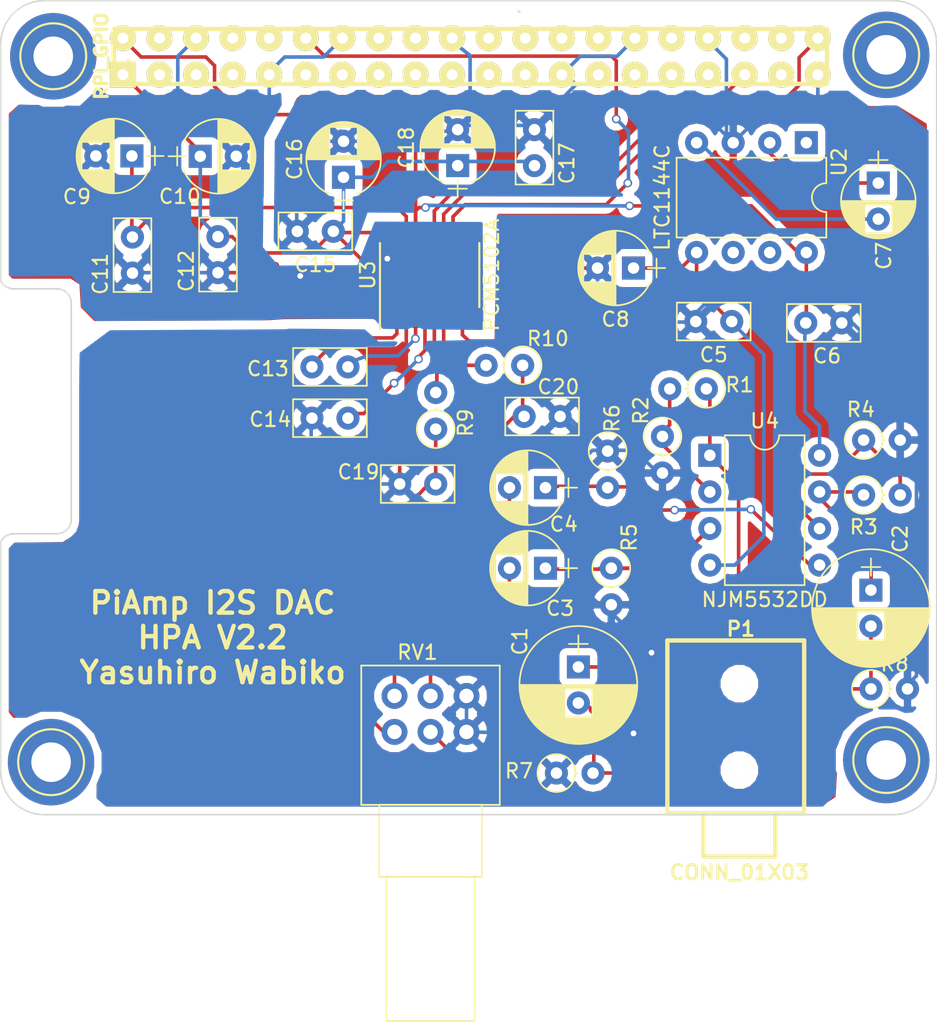
<source format=kicad_pcb>
(kicad_pcb (version 4) (host pcbnew 4.0.4-stable)
  (layers (0 F.Cu signal) (31 B.Cu signal) (34 B.Paste user hide) (35 F.Paste user hide) (36 B.SilkS user) (37 F.SilkS user) (38 B.Mask user) (39 F.Mask user) (44 Edge.Cuts user))
  (net 0 "")
  (net 1 "Net-(U1-Pad8)")
  (net 2 "Net-(C1-Pad2)")
  (net 3 "Net-(C2-Pad1)")
  (net 4 "Net-(C5-Pad1)")
  (net 5 "Net-(C6-Pad1)")
  (net 6 "Net-(C7-Pad1)")
  (net 7 "Net-(C7-Pad2)")
  (net 8 "Net-(C11-Pad1)")
  (net 9 "Net-(R9-Pad2)")
  (net 10 "Net-(C13-Pad1)")
  (net 11 GNDA)
  (net 12 GNDD)
  (net 13 "Net-(C14-Pad1)")
  (net 14 "Net-(C1-Pad1)")
  (net 15 "Net-(C2-Pad2)")
  (net 16 "Net-(C19-Pad1)")
  (net 17 "Net-(C20-Pad1)")
  (net 18 "Net-(C10-Pad1)")
  (net 19 "Net-(C13-Pad2)")
  (net 20 "Net-(R1-Pad2)")
  (net 21 "Net-(R3-Pad2)")
  (net 22 "Net-(R10-Pad2)")
  (net 23 "Net-(U1-Pad3)")
  (net 24 "Net-(U1-Pad4)")
  (net 25 "Net-(U1-Pad5)")
  (net 26 "Net-(U1-Pad7)")
  (net 27 "Net-(U1-Pad10)")
  (net 28 "Net-(U1-Pad11)")
  (net 29 "Net-(U1-Pad12)")
  (net 30 "Net-(U1-Pad13)")
  (net 31 "Net-(U1-Pad15)")
  (net 32 "Net-(U1-Pad16)")
  (net 33 "Net-(U1-Pad17)")
  (net 34 "Net-(U1-Pad18)")
  (net 35 "Net-(U1-Pad19)")
  (net 36 "Net-(U1-Pad21)")
  (net 37 "Net-(U1-Pad22)")
  (net 38 "Net-(U1-Pad23)")
  (net 39 "Net-(U1-Pad24)")
  (net 40 "Net-(U1-Pad26)")
  (net 41 "Net-(U1-Pad27)")
  (net 42 "Net-(U1-Pad28)")
  (net 43 "Net-(U1-Pad29)")
  (net 44 "Net-(U1-Pad31)")
  (net 45 "Net-(U1-Pad32)")
  (net 46 "Net-(U1-Pad33)")
  (net 47 "Net-(U1-Pad35)")
  (net 48 "Net-(U1-Pad36)")
  (net 49 "Net-(U1-Pad37)")
  (net 50 "Net-(U1-Pad38)")
  (net 51 "Net-(U1-Pad40)")
  (net 52 "Net-(U2-Pad1)")
  (net 53 "Net-(U2-Pad6)")
  (net 54 "Net-(U2-Pad7)")
  (net 55 "Net-(U3-Pad12)")
  (net 56 "Net-(C3-Pad1)")
  (net 57 "Net-(C4-Pad1)")
  (net 58 "Net-(C3-Pad2)")
  (net 59 "Net-(C4-Pad2)")
  (module Connect:1pin (layer F.Cu) (at 63.1 65.56)
    (fp_text reference "" (at 0 -3.048) (layer F.SilkS))
    (fp_text value 1pin)
    (pad "" np_thru_hole circle (at 0 0) (size 6 6) (drill 2.75) (layers *.Cu *.Mask))
  )
  (module Connect:1pin (layer F.Cu) (at 62.95 114.56)
    (fp_text reference "" (at 0 -3.048) (layer F.SilkS))
    (fp_text value 1pin)
    (pad "" np_thru_hole circle (at 0 0) (size 6 6) (drill 2.75) (layers *.Cu *.Mask))
  )
  (module Connect:1pin (layer F.Cu) (at 120.95 114.41)
    (fp_text reference "" (at 0 -3.048) (layer F.SilkS))
    (fp_text value 1pin)
    (pad "" np_thru_hole circle (at 0 0) (size 6 6) (drill 2.75) (layers *.Cu *.Mask))
  )
  (module Connect:1pin (layer F.Cu) (at 120.95 65.46)
    (fp_text reference "" (at 0 -3.048) (layer F.SilkS))
    (fp_text value 1pin)
    (pad "" np_thru_hole circle (at 0 0) (size 6 6) (drill 2.75) (layers *.Cu *.Mask))
  )
  (module Capacitors_ThroughHole:CP_Radial_D5.0mm_P2.50mm (layer F.Cu) (at 97.282 101.092 180)
    (fp_text reference C3 (at -1.016 -2.794 180) (layer F.SilkS))
    (fp_text value CP)
    (pad 1 thru_hole rect (at 0 0 180) (size 1.6 1.6) (drill 0.8) (layers *.Cu *.Mask) (net 56 "Net-(C3-Pad1)"))
    (pad 2 thru_hole circle (at 2.5 0 180) (size 1.6 1.6) (drill 0.8) (layers *.Cu *.Mask) (net 58 "Net-(C3-Pad2)"))
  )
  (module Capacitors_ThroughHole:CP_Radial_D5.0mm_P2.50mm (layer F.Cu) (at 97.282 95.504 180)
    (fp_text reference C4 (at -1.27 -2.54 180) (layer F.SilkS))
    (fp_text value CP)
    (pad 1 thru_hole rect (at 0 0 180) (size 1.6 1.6) (drill 0.8) (layers *.Cu *.Mask) (net 57 "Net-(C4-Pad1)"))
    (pad 2 thru_hole circle (at 2.5 0 180) (size 1.6 1.6) (drill 0.8) (layers *.Cu *.Mask) (net 59 "Net-(C4-Pad2)"))
  )
  (module Capacitors_ThroughHole:CP_Radial_D5.0mm_P2.50mm (layer F.Cu) (at 120.4 74.36 270)
    (fp_text reference C7 (at 5.05 -0.38 270) (layer F.SilkS))
    (fp_text value CP)
    (pad 1 thru_hole rect (at 0 0 270) (size 1.6 1.6) (drill 0.8) (layers *.Cu *.Mask) (net 6 "Net-(C7-Pad1)"))
    (pad 2 thru_hole circle (at 2.5 0 270) (size 1.6 1.6) (drill 0.8) (layers *.Cu *.Mask) (net 7 "Net-(C7-Pad2)"))
  )
  (module Capacitors_ThroughHole:CP_Radial_D5.0mm_P2.50mm (layer F.Cu) (at 103.4 80.26 180)
    (fp_text reference C8 (at 1.25 -3.56 180) (layer F.SilkS))
    (fp_text value CP)
    (pad 1 thru_hole rect (at 0 0 180) (size 1.6 1.6) (drill 0.8) (layers *.Cu *.Mask) (net 4 "Net-(C5-Pad1)"))
    (pad 2 thru_hole circle (at 2.5 0 180) (size 1.6 1.6) (drill 0.8) (layers *.Cu *.Mask) (net 11 GNDA))
  )
  (module Capacitors_ThroughHole:CP_Radial_D5.0mm_P2.50mm (layer F.Cu) (at 68.56 72.48 180)
    (fp_text reference C9 (at 3.82 -2.83 180) (layer F.SilkS))
    (fp_text value CP)
    (pad 1 thru_hole rect (at 0 0 180) (size 1.6 1.6) (drill 0.8) (layers *.Cu *.Mask) (net 8 "Net-(C11-Pad1)"))
    (pad 2 thru_hole circle (at 2.5 0 180) (size 1.6 1.6) (drill 0.8) (layers *.Cu *.Mask) (net 12 GNDD))
  )
  (module Capacitors_ThroughHole:CP_Radial_D5.0mm_P2.50mm (layer F.Cu) (at 73.31 72.5)
    (fp_text reference C10 (at -1.42 2.79) (layer F.SilkS))
    (fp_text value CP)
    (pad 1 thru_hole rect (at 0 0) (size 1.6 1.6) (drill 0.8) (layers *.Cu *.Mask) (net 18 "Net-(C10-Pad1)"))
    (pad 2 thru_hole circle (at 2.5 0) (size 1.6 1.6) (drill 0.8) (layers *.Cu *.Mask) (net 12 GNDD))
  )
  (module Capacitors_ThroughHole:C_Disc_D5.0mm_W2.5mm_P2.50mm (layer F.Cu) (at 68.6 78.11 270)
    (fp_text reference C11 (at 2.56 2.23 270) (layer F.SilkS))
    (fp_text value C)
    (pad 1 thru_hole circle (at 0 0 270) (size 1.6 1.6) (drill 0.8) (layers *.Cu *.Mask) (net 8 "Net-(C11-Pad1)"))
    (pad 2 thru_hole circle (at 2.5 0 270) (size 1.6 1.6) (drill 0.8) (layers *.Cu *.Mask) (net 12 GNDD))
  )
  (module Capacitors_ThroughHole:C_Disc_D5.0mm_W2.5mm_P2.50mm (layer F.Cu) (at 74.54 80.58 90)
    (fp_text reference C12 (at 0.11 -2.2 90) (layer F.SilkS))
    (fp_text value C)
    (pad 1 thru_hole circle (at 0 0 90) (size 1.6 1.6) (drill 0.8) (layers *.Cu *.Mask) (net 12 GNDD))
    (pad 2 thru_hole circle (at 2.5 0 90) (size 1.6 1.6) (drill 0.8) (layers *.Cu *.Mask) (net 18 "Net-(C10-Pad1)"))
  )
  (module Capacitors_ThroughHole:C_Disc_D5.0mm_W2.5mm_P2.50mm (layer F.Cu) (at 83.566 87.122 180)
    (fp_text reference C13 (at 5.56 -0.13 180) (layer F.SilkS))
    (fp_text value C)
    (pad 1 thru_hole circle (at 0 0 180) (size 1.6 1.6) (drill 0.8) (layers *.Cu *.Mask) (net 10 "Net-(C13-Pad1)"))
    (pad 2 thru_hole circle (at 2.5 0 180) (size 1.6 1.6) (drill 0.8) (layers *.Cu *.Mask) (net 19 "Net-(C13-Pad2)"))
  )
  (module Capacitors_ThroughHole:C_Disc_D5.0mm_W2.5mm_P2.50mm (layer F.Cu) (at 83.566 90.678 180)
    (fp_text reference C14 (at 5.4 -0.09 180) (layer F.SilkS))
    (fp_text value C)
    (pad 1 thru_hole circle (at 0 0 180) (size 1.6 1.6) (drill 0.8) (layers *.Cu *.Mask) (net 13 "Net-(C14-Pad1)"))
    (pad 2 thru_hole circle (at 2.5 0 180) (size 1.6 1.6) (drill 0.8) (layers *.Cu *.Mask) (net 11 GNDA))
  )
  (module Capacitors_ThroughHole:C_Disc_D5.0mm_W2.5mm_P2.50mm (layer F.Cu) (at 82.55 77.71 180)
    (fp_text reference C15 (at 1.25 -2.31 180) (layer F.SilkS))
    (fp_text value C)
    (pad 1 thru_hole circle (at 0 0 180) (size 1.6 1.6) (drill 0.8) (layers *.Cu *.Mask) (net 18 "Net-(C10-Pad1)"))
    (pad 2 thru_hole circle (at 2.5 0 180) (size 1.6 1.6) (drill 0.8) (layers *.Cu *.Mask) (net 11 GNDA))
  )
  (module Capacitors_ThroughHole:CP_Radial_D5.0mm_P2.50mm (layer F.Cu) (at 83.26 73.96 90)
    (fp_text reference C16 (at 1.26 -3.4 90) (layer F.SilkS))
    (fp_text value CP)
    (pad 1 thru_hole rect (at 0 0 90) (size 1.6 1.6) (drill 0.8) (layers *.Cu *.Mask) (net 18 "Net-(C10-Pad1)"))
    (pad 2 thru_hole circle (at 2.5 0 90) (size 1.6 1.6) (drill 0.8) (layers *.Cu *.Mask) (net 11 GNDA))
  )
  (module Capacitors_ThroughHole:C_Disc_D5.0mm_W2.5mm_P2.50mm (layer F.Cu) (at 96.52 73.152 90)
    (fp_text reference C17 (at 0.16 2.25 90) (layer F.SilkS))
    (fp_text value C)
    (pad 1 thru_hole circle (at 0 0 90) (size 1.6 1.6) (drill 0.8) (layers *.Cu *.Mask) (net 18 "Net-(C10-Pad1)"))
    (pad 2 thru_hole circle (at 2.5 0 90) (size 1.6 1.6) (drill 0.8) (layers *.Cu *.Mask) (net 11 GNDA))
  )
  (module Capacitors_ThroughHole:C_Disc_D5.0mm_W2.5mm_P2.50mm (layer F.Cu) (at 89.662 95.25 180)
    (fp_text reference C19 (at 5.364 0.834 180) (layer F.SilkS))
    (fp_text value C)
    (pad 1 thru_hole circle (at 0 0 180) (size 1.6 1.6) (drill 0.8) (layers *.Cu *.Mask) (net 16 "Net-(C19-Pad1)"))
    (pad 2 thru_hole circle (at 2.5 0 180) (size 1.6 1.6) (drill 0.8) (layers *.Cu *.Mask) (net 11 GNDA))
  )
  (module Capacitors_ThroughHole:C_Disc_D5.0mm_W2.5mm_P2.50mm (layer F.Cu) (at 95.8 90.56)
    (fp_text reference C20 (at 2.38 -2.05) (layer F.SilkS))
    (fp_text value C)
    (pad 1 thru_hole circle (at 0 0) (size 1.6 1.6) (drill 0.8) (layers *.Cu *.Mask) (net 17 "Net-(C20-Pad1)"))
    (pad 2 thru_hole circle (at 2.5 0) (size 1.6 1.6) (drill 0.8) (layers *.Cu *.Mask) (net 11 GNDA))
  )
  (module smisioto:jack_3.5_sj1-3513-smt (layer F.Cu) (at 110.75 112.01)
    (fp_text reference P1 (at 0.1 -6.7) (layer F.SilkS) (effects (font (size 0.99822 0.99822) (thickness 0.19812))))
    (fp_text value CONN_01X03 (at 0 10.2) (layer F.SilkS) (effects (font (size 0.99822 0.99822) (thickness 0.19812))))
    (pad "" np_thru_hole circle (at 0 3.1) (size 1.6 1.6) (drill 1.6) (layers *.Cu *.Mask F.SilkS))
    (pad "" np_thru_hole circle (at 0 -2.9) (size 1.6 1.6) (drill 1.6) (layers *.Cu *.Mask F.SilkS))
    (pad 1 smd rect (at -5.9 3.3) (size 1.75 2.9) (layers F.Cu F.Paste F.Mask) (net 2 "Net-(C1-Pad2)"))
    (pad 2 smd rect (at 5.7 -3.1) (size 2.25 2.9) (layers F.Cu F.Paste F.Mask) (net 15 "Net-(C2-Pad2)"))
    (pad 3 smd rect (at -5.9 -3.05) (size 1.75 2.1) (layers F.Cu F.Paste F.Mask) (net 11 GNDA))
  )
  (module Resistors_ThroughHole:R_Axial_DIN0207_L6.3mm_D2.5mm_P2.54mm_Vertical (layer F.Cu) (at 108.458 88.646 180)
    (fp_text reference R1 (at -2.3 0.28 180) (layer F.SilkS))
    (fp_text value R)
    (pad 1 thru_hole circle (at 0 0 180) (size 1.6 1.6) (drill 0.8) (layers *.Cu *.Mask) (net 14 "Net-(C1-Pad1)"))
    (pad 2 thru_hole oval (at 2.54 0 180) (size 1.6 1.6) (drill 0.8) (layers *.Cu *.Mask) (net 20 "Net-(R1-Pad2)"))
  )
  (module Resistors_ThroughHole:R_Axial_DIN0207_L6.3mm_D2.5mm_P2.54mm_Vertical (layer F.Cu) (at 105.41 91.948 270)
    (fp_text reference R2 (at -1.8 1.5 270) (layer F.SilkS))
    (fp_text value R)
    (pad 1 thru_hole circle (at 0 0 270) (size 1.6 1.6) (drill 0.8) (layers *.Cu *.Mask) (net 20 "Net-(R1-Pad2)"))
    (pad 2 thru_hole oval (at 2.54 0 270) (size 1.6 1.6) (drill 0.8) (layers *.Cu *.Mask) (net 11 GNDA))
  )
  (module Resistors_ThroughHole:R_Axial_DIN0207_L6.3mm_D2.5mm_P2.54mm_Vertical (layer F.Cu) (at 119.38 96.012)
    (fp_text reference R3 (at 0.01 2.22) (layer F.SilkS))
    (fp_text value R)
    (pad 1 thru_hole circle (at 0 0) (size 1.6 1.6) (drill 0.8) (layers *.Cu *.Mask) (net 3 "Net-(C2-Pad1)"))
    (pad 2 thru_hole oval (at 2.54 0) (size 1.6 1.6) (drill 0.8) (layers *.Cu *.Mask) (net 21 "Net-(R3-Pad2)"))
  )
  (module Resistors_ThroughHole:R_Axial_DIN0207_L6.3mm_D2.5mm_P2.54mm_Vertical (layer F.Cu) (at 119.38 92.202)
    (fp_text reference R4 (at -0.2 -2.12) (layer F.SilkS))
    (fp_text value R)
    (pad 1 thru_hole circle (at 0 0) (size 1.6 1.6) (drill 0.8) (layers *.Cu *.Mask) (net 21 "Net-(R3-Pad2)"))
    (pad 2 thru_hole oval (at 2.54 0) (size 1.6 1.6) (drill 0.8) (layers *.Cu *.Mask) (net 11 GNDA))
  )
  (module Resistors_ThroughHole:R_Axial_DIN0207_L6.3mm_D2.5mm_P2.54mm_Vertical (layer F.Cu) (at 101.854 101.092 270)
    (fp_text reference R5 (at -2.13 -1.25 270) (layer F.SilkS))
    (fp_text value R)
    (pad 1 thru_hole circle (at 0 0 270) (size 1.6 1.6) (drill 0.8) (layers *.Cu *.Mask) (net 56 "Net-(C3-Pad1)"))
    (pad 2 thru_hole oval (at 2.54 0 270) (size 1.6 1.6) (drill 0.8) (layers *.Cu *.Mask) (net 11 GNDA))
  )
  (module Resistors_ThroughHole:R_Axial_DIN0207_L6.3mm_D2.5mm_P2.54mm_Vertical (layer F.Cu) (at 101.6 92.964 270)
    (fp_text reference R6 (at -2.27 -0.31 270) (layer F.SilkS))
    (fp_text value R)
    (pad 1 thru_hole circle (at 0 0 270) (size 1.6 1.6) (drill 0.8) (layers *.Cu *.Mask) (net 11 GNDA))
    (pad 2 thru_hole oval (at 2.54 0 270) (size 1.6 1.6) (drill 0.8) (layers *.Cu *.Mask) (net 57 "Net-(C4-Pad1)"))
  )
  (module Resistors_ThroughHole:R_Axial_DIN0207_L6.3mm_D2.5mm_P2.54mm_Vertical (layer F.Cu) (at 98.044 115.316)
    (fp_text reference R7 (at -2.6 -0.15) (layer F.SilkS))
    (fp_text value R)
    (pad 1 thru_hole circle (at 0 0) (size 1.6 1.6) (drill 0.8) (layers *.Cu *.Mask) (net 11 GNDA))
    (pad 2 thru_hole oval (at 2.54 0) (size 1.6 1.6) (drill 0.8) (layers *.Cu *.Mask) (net 2 "Net-(C1-Pad2)"))
  )
  (module Resistors_ThroughHole:R_Axial_DIN0207_L6.3mm_D2.5mm_P2.54mm_Vertical (layer F.Cu) (at 119.888 109.474)
    (fp_text reference R8 (at 1.65 -1.73) (layer F.SilkS))
    (fp_text value R)
    (pad 1 thru_hole circle (at 0 0) (size 1.6 1.6) (drill 0.8) (layers *.Cu *.Mask) (net 15 "Net-(C2-Pad2)"))
    (pad 2 thru_hole oval (at 2.54 0) (size 1.6 1.6) (drill 0.8) (layers *.Cu *.Mask) (net 11 GNDA))
  )
  (module Resistors_ThroughHole:R_Axial_DIN0207_L6.3mm_D2.5mm_P2.54mm_Vertical (layer F.Cu) (at 89.662 91.44 90)
    (fp_text reference R9 (at 0.44 2.07 90) (layer F.SilkS))
    (fp_text value R)
    (pad 1 thru_hole circle (at 0 0 90) (size 1.6 1.6) (drill 0.8) (layers *.Cu *.Mask) (net 16 "Net-(C19-Pad1)"))
    (pad 2 thru_hole oval (at 2.54 0 90) (size 1.6 1.6) (drill 0.8) (layers *.Cu *.Mask) (net 9 "Net-(R9-Pad2)"))
  )
  (module Resistors_ThroughHole:R_Axial_DIN0207_L6.3mm_D2.5mm_P2.54mm_Vertical (layer F.Cu) (at 95.7 87.01 180)
    (fp_text reference R10 (at -1.75 1.85 180) (layer F.SilkS))
    (fp_text value R)
    (pad 1 thru_hole circle (at 0 0 180) (size 1.6 1.6) (drill 0.8) (layers *.Cu *.Mask) (net 17 "Net-(C20-Pad1)"))
    (pad 2 thru_hole oval (at 2.54 0 180) (size 1.6 1.6) (drill 0.8) (layers *.Cu *.Mask) (net 22 "Net-(R10-Pad2)"))
  )
  (module MyLibrary:RPI_GPIO (layer F.Cu) (at 67.94 66.84)
    (fp_text reference U1 (at 0 -0.254 270) (layer F.SilkS) (effects (font (size 0.889 0.889) (thickness 0.3048))))
    (fp_text value RPI_GPIO (at -1.5 -1.29 270) (layer F.SilkS) (effects (font (size 0.889 0.889) (thickness 0.3048))))
    (pad 1 thru_hole rect (at 0 0) (size 1.8 1.8) (drill 0.762) (layers *.Cu *.Mask F.SilkS) (net 18 "Net-(C10-Pad1)"))
    (pad 2 thru_hole circle (at 0 -2.54 180) (size 1.8 1.8) (drill 0.762) (layers *.Cu *.Mask F.SilkS) (net 5 "Net-(C6-Pad1)"))
    (pad 3 thru_hole circle (at 2.54 0) (size 1.8 1.8) (drill 0.762) (layers *.Cu *.Mask F.SilkS) (net 23 "Net-(U1-Pad3)"))
    (pad 4 thru_hole circle (at 2.54 -2.54 180) (size 1.8 1.8) (drill 0.762) (layers *.Cu *.Mask F.SilkS) (net 24 "Net-(U1-Pad4)"))
    (pad 5 thru_hole circle (at 5.08 0) (size 1.8 1.8) (drill 0.762) (layers *.Cu *.Mask F.SilkS) (net 25 "Net-(U1-Pad5)"))
    (pad 6 thru_hole circle (at 5.08 -2.54 180) (size 1.8 1.8) (drill 0.762) (layers *.Cu *.Mask F.SilkS) (net 12 GNDD))
    (pad 7 thru_hole circle (at 7.62 0) (size 1.8 1.8) (drill 0.762) (layers *.Cu *.Mask F.SilkS) (net 26 "Net-(U1-Pad7)"))
    (pad 8 thru_hole circle (at 7.62 -2.54 180) (size 1.8 1.8) (drill 0.762) (layers *.Cu *.Mask F.SilkS) (net 1 "Net-(U1-Pad8)"))
    (pad 9 thru_hole circle (at 10.16 0) (size 1.8 1.8) (drill 0.762) (layers *.Cu *.Mask F.SilkS) (net 12 GNDD))
    (pad 10 thru_hole circle (at 10.16 -2.54 180) (size 1.8 1.8) (drill 0.762) (layers *.Cu *.Mask F.SilkS) (net 27 "Net-(U1-Pad10)"))
    (pad 11 thru_hole circle (at 12.7 0) (size 1.8 1.8) (drill 0.762) (layers *.Cu *.Mask F.SilkS) (net 28 "Net-(U1-Pad11)"))
    (pad 12 thru_hole circle (at 12.7 -2.54 180) (size 1.8 1.8) (drill 0.762) (layers *.Cu *.Mask F.SilkS) (net 29 "Net-(U1-Pad12)"))
    (pad 13 thru_hole circle (at 15.24 0) (size 1.8 1.8) (drill 0.762) (layers *.Cu *.Mask F.SilkS) (net 30 "Net-(U1-Pad13)"))
    (pad 14 thru_hole circle (at 15.24 -2.54 180) (size 1.8 1.8) (drill 0.762) (layers *.Cu *.Mask F.SilkS) (net 12 GNDD))
    (pad 15 thru_hole circle (at 17.78 0) (size 1.8 1.8) (drill 0.762) (layers *.Cu *.Mask F.SilkS) (net 31 "Net-(U1-Pad15)"))
    (pad 16 thru_hole circle (at 17.78 -2.54 180) (size 1.8 1.8) (drill 0.762) (layers *.Cu *.Mask F.SilkS) (net 32 "Net-(U1-Pad16)"))
    (pad 17 thru_hole circle (at 20.32 0) (size 1.8 1.8) (drill 0.762) (layers *.Cu *.Mask F.SilkS) (net 33 "Net-(U1-Pad17)"))
    (pad 18 thru_hole circle (at 20.32 -2.54 180) (size 1.8 1.8) (drill 0.762) (layers *.Cu *.Mask F.SilkS) (net 34 "Net-(U1-Pad18)"))
    (pad 19 thru_hole circle (at 22.86 0) (size 1.8 1.8) (drill 0.762) (layers *.Cu *.Mask F.SilkS) (net 35 "Net-(U1-Pad19)"))
    (pad 20 thru_hole circle (at 22.86 -2.54 180) (size 1.8 1.8) (drill 0.762) (layers *.Cu *.Mask F.SilkS) (net 11 GNDA))
    (pad 21 thru_hole circle (at 25.4 0) (size 1.8 1.8) (drill 0.762) (layers *.Cu *.Mask F.SilkS) (net 36 "Net-(U1-Pad21)"))
    (pad 22 thru_hole circle (at 25.4 -2.54 180) (size 1.8 1.8) (drill 0.762) (layers *.Cu *.Mask F.SilkS) (net 37 "Net-(U1-Pad22)"))
    (pad 23 thru_hole circle (at 27.94 0) (size 1.8 1.8) (drill 0.762) (layers *.Cu *.Mask F.SilkS) (net 38 "Net-(U1-Pad23)"))
    (pad 24 thru_hole circle (at 27.94 -2.54 180) (size 1.8 1.8) (drill 0.762) (layers *.Cu *.Mask F.SilkS) (net 39 "Net-(U1-Pad24)"))
    (pad 25 thru_hole circle (at 30.48 0) (size 1.8 1.8) (drill 0.762) (layers *.Cu *.Mask F.SilkS) (net 11 GNDA))
    (pad 26 thru_hole circle (at 30.48 -2.54 180) (size 1.8 1.8) (drill 0.762) (layers *.Cu *.Mask F.SilkS) (net 40 "Net-(U1-Pad26)"))
    (pad 27 thru_hole circle (at 33.02 0) (size 1.8 1.8) (drill 0.762) (layers *.Cu *.Mask F.SilkS) (net 41 "Net-(U1-Pad27)"))
    (pad 28 thru_hole circle (at 33.02 -2.54 180) (size 1.8 1.8) (drill 0.762) (layers *.Cu *.Mask F.SilkS) (net 42 "Net-(U1-Pad28)"))
    (pad 29 thru_hole circle (at 35.56 0) (size 1.8 1.8) (drill 0.762) (layers *.Cu *.Mask F.SilkS) (net 43 "Net-(U1-Pad29)"))
    (pad 30 thru_hole circle (at 35.56 -2.54 180) (size 1.8 1.8) (drill 0.762) (layers *.Cu *.Mask F.SilkS) (net 11 GNDA))
    (pad 31 thru_hole circle (at 38.1 0) (size 1.8 1.8) (drill 0.762) (layers *.Cu *.Mask F.SilkS) (net 44 "Net-(U1-Pad31)"))
    (pad 32 thru_hole circle (at 38.1 -2.54 180) (size 1.8 1.8) (drill 0.762) (layers *.Cu *.Mask F.SilkS) (net 45 "Net-(U1-Pad32)"))
    (pad 33 thru_hole circle (at 40.64 0) (size 1.8 1.8) (drill 0.762) (layers *.Cu *.Mask F.SilkS) (net 46 "Net-(U1-Pad33)"))
    (pad 34 thru_hole circle (at 40.64 -2.54 180) (size 1.8 1.8) (drill 0.762) (layers *.Cu *.Mask F.SilkS) (net 11 GNDA))
    (pad 35 thru_hole circle (at 43.18 0) (size 1.8 1.8) (drill 0.762) (layers *.Cu *.Mask F.SilkS) (net 47 "Net-(U1-Pad35)"))
    (pad 36 thru_hole circle (at 43.18 -2.54 180) (size 1.8 1.8) (drill 0.762) (layers *.Cu *.Mask F.SilkS) (net 48 "Net-(U1-Pad36)"))
    (pad 37 thru_hole circle (at 45.72 0) (size 1.8 1.8) (drill 0.762) (layers *.Cu *.Mask F.SilkS) (net 49 "Net-(U1-Pad37)"))
    (pad 38 thru_hole circle (at 45.72 -2.54 180) (size 1.8 1.8) (drill 0.762) (layers *.Cu *.Mask F.SilkS) (net 50 "Net-(U1-Pad38)"))
    (pad 39 thru_hole circle (at 48.26 0) (size 1.8 1.8) (drill 0.762) (layers *.Cu *.Mask F.SilkS) (net 11 GNDA))
    (pad 40 thru_hole circle (at 48.26 -2.54 180) (size 1.8 1.8) (drill 0.762) (layers *.Cu *.Mask F.SilkS) (net 51 "Net-(U1-Pad40)"))
  )
  (module Housings_DIP:DIP-8_W7.62mm (layer F.Cu) (at 115.4 71.56 270)
    (fp_text reference U2 (at 1.34 -2.28 270) (layer F.SilkS))
    (fp_text value LTC1144C (at 3.81 10.01 270) (layer F.SilkS))
    (pad 1 thru_hole rect (at 0 0 270) (size 1.6 1.6) (drill 0.8) (layers *.Cu *.Mask) (net 52 "Net-(U2-Pad1)"))
    (pad 5 thru_hole oval (at 7.62 7.62 270) (size 1.6 1.6) (drill 0.8) (layers *.Cu *.Mask) (net 4 "Net-(C5-Pad1)"))
    (pad 2 thru_hole oval (at 0 2.54 270) (size 1.6 1.6) (drill 0.8) (layers *.Cu *.Mask) (net 6 "Net-(C7-Pad1)"))
    (pad 6 thru_hole oval (at 7.62 5.08 270) (size 1.6 1.6) (drill 0.8) (layers *.Cu *.Mask) (net 53 "Net-(U2-Pad6)"))
    (pad 3 thru_hole oval (at 0 5.08 270) (size 1.6 1.6) (drill 0.8) (layers *.Cu *.Mask) (net 11 GNDA))
    (pad 7 thru_hole oval (at 7.62 2.54 270) (size 1.6 1.6) (drill 0.8) (layers *.Cu *.Mask) (net 54 "Net-(U2-Pad7)"))
    (pad 4 thru_hole oval (at 0 7.62 270) (size 1.6 1.6) (drill 0.8) (layers *.Cu *.Mask) (net 7 "Net-(C7-Pad2)"))
    (pad 8 thru_hole oval (at 7.62 0 270) (size 1.6 1.6) (drill 0.8) (layers *.Cu *.Mask) (net 5 "Net-(C6-Pad1)"))
  )
  (module Housings_SSOP:TSSOP-20_4.4x6.5mm_Pitch0.65mm (layer F.Cu) (at 89.24 80.75 90)
    (fp_text reference U3 (at 0 -4.3 90) (layer F.SilkS))
    (fp_text value PCM5102A (at 0 4.3 90) (layer F.SilkS))
    (pad 1 smd rect (at -2.95 -2.925 90) (size 1.45 0.45) (layers F.Cu F.Paste F.Mask) (net 18 "Net-(C10-Pad1)"))
    (pad 2 smd rect (at -2.95 -2.275 90) (size 1.45 0.45) (layers F.Cu F.Paste F.Mask) (net 19 "Net-(C13-Pad2)"))
    (pad 3 smd rect (at -2.95 -1.625 90) (size 1.45 0.45) (layers F.Cu F.Paste F.Mask) (net 11 GNDA))
    (pad 4 smd rect (at -2.95 -0.975 90) (size 1.45 0.45) (layers F.Cu F.Paste F.Mask) (net 10 "Net-(C13-Pad1)"))
    (pad 5 smd rect (at -2.95 -0.325 90) (size 1.45 0.45) (layers F.Cu F.Paste F.Mask) (net 13 "Net-(C14-Pad1)"))
    (pad 6 smd rect (at -2.95 0.325 90) (size 1.45 0.45) (layers F.Cu F.Paste F.Mask) (net 9 "Net-(R9-Pad2)"))
    (pad 7 smd rect (at -2.95 0.975 90) (size 1.45 0.45) (layers F.Cu F.Paste F.Mask) (net 22 "Net-(R10-Pad2)"))
    (pad 8 smd rect (at -2.95 1.625 90) (size 1.45 0.45) (layers F.Cu F.Paste F.Mask) (net 18 "Net-(C10-Pad1)"))
    (pad 9 smd rect (at -2.95 2.275 90) (size 1.45 0.45) (layers F.Cu F.Paste F.Mask) (net 11 GNDA))
    (pad 10 smd rect (at -2.95 2.925 90) (size 1.45 0.45) (layers F.Cu F.Paste F.Mask) (net 12 GNDD))
    (pad 11 smd rect (at 2.95 2.925 90) (size 1.45 0.45) (layers F.Cu F.Paste F.Mask) (net 12 GNDD))
    (pad 12 smd rect (at 2.95 2.275 90) (size 1.45 0.45) (layers F.Cu F.Paste F.Mask) (net 55 "Net-(U3-Pad12)"))
    (pad 13 smd rect (at 2.95 1.625 90) (size 1.45 0.45) (layers F.Cu F.Paste F.Mask) (net 29 "Net-(U1-Pad12)"))
    (pad 14 smd rect (at 2.95 0.975 90) (size 1.45 0.45) (layers F.Cu F.Paste F.Mask) (net 51 "Net-(U1-Pad40)"))
    (pad 15 smd rect (at 2.95 0.325 90) (size 1.45 0.45) (layers F.Cu F.Paste F.Mask) (net 47 "Net-(U1-Pad35)"))
    (pad 16 smd rect (at 2.95 -0.325 90) (size 1.45 0.45) (layers F.Cu F.Paste F.Mask) (net 12 GNDD))
    (pad 17 smd rect (at 2.95 -0.975 90) (size 1.45 0.45) (layers F.Cu F.Paste F.Mask) (net 5 "Net-(C6-Pad1)"))
    (pad 18 smd rect (at 2.95 -1.625 90) (size 1.45 0.45) (layers F.Cu F.Paste F.Mask) (net 8 "Net-(C11-Pad1)"))
    (pad 19 smd rect (at 2.95 -2.275 90) (size 1.45 0.45) (layers F.Cu F.Paste F.Mask) (net 12 GNDD))
    (pad 20 smd rect (at 2.95 -2.925 90) (size 1.45 0.45) (layers F.Cu F.Paste F.Mask) (net 18 "Net-(C10-Pad1)"))
  )
  (module Housings_DIP:DIP-8_W7.62mm (layer F.Cu) (at 108.7 93.26)
    (fp_text reference U4 (at 3.81 -2.39) (layer F.SilkS))
    (fp_text value NJM5532DD (at 3.81 10.01) (layer F.SilkS))
    (pad 1 thru_hole rect (at 0 0) (size 1.6 1.6) (drill 0.8) (layers *.Cu *.Mask) (net 14 "Net-(C1-Pad1)"))
    (pad 5 thru_hole oval (at 7.62 7.62) (size 1.6 1.6) (drill 0.8) (layers *.Cu *.Mask) (net 57 "Net-(C4-Pad1)"))
    (pad 2 thru_hole oval (at 0 2.54) (size 1.6 1.6) (drill 0.8) (layers *.Cu *.Mask) (net 20 "Net-(R1-Pad2)"))
    (pad 6 thru_hole oval (at 7.62 5.08) (size 1.6 1.6) (drill 0.8) (layers *.Cu *.Mask) (net 21 "Net-(R3-Pad2)"))
    (pad 3 thru_hole oval (at 0 5.08) (size 1.6 1.6) (drill 0.8) (layers *.Cu *.Mask) (net 56 "Net-(C3-Pad1)"))
    (pad 7 thru_hole oval (at 7.62 2.54) (size 1.6 1.6) (drill 0.8) (layers *.Cu *.Mask) (net 3 "Net-(C2-Pad1)"))
    (pad 4 thru_hole oval (at 0 7.62) (size 1.6 1.6) (drill 0.8) (layers *.Cu *.Mask) (net 4 "Net-(C5-Pad1)"))
    (pad 8 thru_hole oval (at 7.62 0) (size 1.6 1.6) (drill 0.8) (layers *.Cu *.Mask) (net 5 "Net-(C6-Pad1)"))
  )
  (module Capacitors_ThroughHole:C_Disc_D5.0mm_W2.5mm_P2.50mm (layer F.Cu) (at 110.22 83.97 180)
    (fp_text reference C5 (at 1.25 -2.31 180) (layer F.SilkS))
    (fp_text value C)
    (pad 1 thru_hole circle (at 0 0 180) (size 1.6 1.6) (drill 0.8) (layers *.Cu *.Mask) (net 4 "Net-(C5-Pad1)"))
    (pad 2 thru_hole circle (at 2.5 0 180) (size 1.6 1.6) (drill 0.8) (layers *.Cu *.Mask) (net 11 GNDA))
  )
  (module Capacitors_ThroughHole:C_Disc_D5.0mm_W2.5mm_P2.50mm (layer F.Cu) (at 115.36 84.07)
    (fp_text reference C6 (at 1.48 2.29) (layer F.SilkS))
    (fp_text value C)
    (pad 1 thru_hole circle (at 0 0) (size 1.6 1.6) (drill 0.8) (layers *.Cu *.Mask) (net 5 "Net-(C6-Pad1)"))
    (pad 2 thru_hole circle (at 2.5 0) (size 1.6 1.6) (drill 0.8) (layers *.Cu *.Mask) (net 11 GNDA))
  )
  (module Capacitors_ThroughHole:CP_Radial_D5.0mm_P2.50mm (layer F.Cu) (at 91.186 73.152 90)
    (fp_text reference C18 (at 1.25 -3.56 90) (layer F.SilkS))
    (fp_text value CP)
    (pad 1 thru_hole rect (at 0 0 90) (size 1.6 1.6) (drill 0.8) (layers *.Cu *.Mask) (net 18 "Net-(C10-Pad1)"))
    (pad 2 thru_hole circle (at 2.5 0 90) (size 1.6 1.6) (drill 0.8) (layers *.Cu *.Mask) (net 11 GNDA))
  )
  (module Potentiometers:Potentiometer_Alps_RK097_Double_Vertical (layer F.Cu) (at 86.8 112.46 270)
    (fp_text reference RV1 (at -5.526 -1.592 360) (layer F.SilkS))
    (fp_text value DUAL_POT)
    (pad 3 thru_hole circle (at 0 -5 270) (size 1.8 1.8) (drill 1) (layers *.Cu *.Mask) (net 11 GNDA))
    (pad 2 thru_hole circle (at 0 -2.5 270) (size 1.8 1.8) (drill 1) (layers *.Cu *.Mask) (net 58 "Net-(C3-Pad2)"))
    (pad 1 thru_hole circle (at 0 0 270) (size 1.8 1.8) (drill 1) (layers *.Cu *.Mask) (net 16 "Net-(C19-Pad1)"))
    (pad 6 thru_hole circle (at -2.5 -5 270) (size 1.8 1.8) (drill 1) (layers *.Cu *.Mask) (net 11 GNDA))
    (pad 5 thru_hole circle (at -2.5 -2.5 270) (size 1.8 1.8) (drill 1) (layers *.Cu *.Mask) (net 59 "Net-(C4-Pad2)"))
    (pad 4 thru_hole circle (at -2.5 0 270) (size 1.8 1.8) (drill 1) (layers *.Cu *.Mask) (net 17 "Net-(C20-Pad1)"))
  )
  (module Capacitors_ThroughHole:CP_Radial_D8.0mm_P2.50mm (layer F.Cu) (at 99.568 107.95 270)
    (fp_text reference C1 (at -1.778 4.064 270) (layer F.SilkS))
    (fp_text value CP)
    (pad 1 thru_hole rect (at 0 0 270) (size 1.6 1.6) (drill 0.8) (layers *.Cu *.Mask) (net 14 "Net-(C1-Pad1)"))
    (pad 2 thru_hole circle (at 2.5 0 270) (size 1.6 1.6) (drill 0.8) (layers *.Cu *.Mask) (net 2 "Net-(C1-Pad2)"))
  )
  (module Capacitors_ThroughHole:CP_Radial_D8.0mm_P2.50mm (layer F.Cu) (at 119.888 102.616 270)
    (fp_text reference C2 (at -3.556 -2.032 270) (layer F.SilkS))
    (fp_text value CP)
    (pad 1 thru_hole rect (at 0 0 270) (size 1.6 1.6) (drill 0.8) (layers *.Cu *.Mask) (net 3 "Net-(C2-Pad1)"))
    (pad 2 thru_hole circle (at 2.5 0 270) (size 1.6 1.6) (drill 0.8) (layers *.Cu *.Mask) (net 15 "Net-(C2-Pad2)"))
  )
  (gr_text "PiAmp I2S DAC\nHPA V2.2\nYasuhiro Wabiko\n" (at 74.168 105.918) (layer F.SilkS) (effects (font (size 1.5 1.5) (thickness 0.3))))
  (gr_line (start 119.9531 65.5166) (end 119.9511 65.4536) (layer Edge.Cuts) (width 0.1))
  (gr_line (start 119.9591 65.5786) (end 119.9531 65.5166) (layer Edge.Cuts) (width 0.1))
  (gr_line (start 119.9691 65.6406) (end 119.9591 65.5786) (layer Edge.Cuts) (width 0.1))
  (gr_line (start 119.9821 65.7026) (end 119.9691 65.6406) (layer Edge.Cuts) (width 0.1))
  (gr_line (start 120.0001 65.7626) (end 119.9821 65.7026) (layer Edge.Cuts) (width 0.1))
  (gr_line (start 120.0211 65.8216) (end 120.0001 65.7626) (layer Edge.Cuts) (width 0.1))
  (gr_line (start 120.0461 65.8796) (end 120.0211 65.8216) (layer Edge.Cuts) (width 0.1))
  (gr_line (start 120.0751 65.9356) (end 120.0461 65.8796) (layer Edge.Cuts) (width 0.1))
  (gr_line (start 120.1071 65.9896) (end 120.0751 65.9356) (layer Edge.Cuts) (width 0.1))
  (gr_line (start 120.1421 66.0416) (end 120.1071 65.9896) (layer Edge.Cuts) (width 0.1))
  (gr_line (start 120.1801 66.0906) (end 120.1421 66.0416) (layer Edge.Cuts) (width 0.1))
  (gr_line (start 120.2221 66.1386) (end 120.1801 66.0906) (layer Edge.Cuts) (width 0.1))
  (gr_line (start 120.2661 66.1826) (end 120.2221 66.1386) (layer Edge.Cuts) (width 0.1))
  (gr_line (start 120.3141 66.2246) (end 120.2661 66.1826) (layer Edge.Cuts) (width 0.1))
  (gr_line (start 120.3631 66.2626) (end 120.3141 66.2246) (layer Edge.Cuts) (width 0.1))
  (gr_line (start 120.4151 66.2976) (end 120.3631 66.2626) (layer Edge.Cuts) (width 0.1))
  (gr_line (start 120.4691 66.3296) (end 120.4151 66.2976) (layer Edge.Cuts) (width 0.1))
  (gr_line (start 120.5251 66.3586) (end 120.4691 66.3296) (layer Edge.Cuts) (width 0.1))
  (gr_line (start 120.5831 66.3836) (end 120.5251 66.3586) (layer Edge.Cuts) (width 0.1))
  (gr_line (start 120.6421 66.4046) (end 120.5831 66.3836) (layer Edge.Cuts) (width 0.1))
  (gr_line (start 120.7021 66.4226) (end 120.6421 66.4046) (layer Edge.Cuts) (width 0.1))
  (gr_line (start 120.7641 66.4356) (end 120.7021 66.4226) (layer Edge.Cuts) (width 0.1))
  (gr_line (start 120.8261 66.4456) (end 120.7641 66.4356) (layer Edge.Cuts) (width 0.1))
  (gr_line (start 120.8881 66.4516) (end 120.8261 66.4456) (layer Edge.Cuts) (width 0.1))
  (gr_line (start 120.9511 66.4536) (end 120.8881 66.4516) (layer Edge.Cuts) (width 0.1))
  (gr_line (start 121.0141 66.4516) (end 120.9511 66.4536) (layer Edge.Cuts) (width 0.1))
  (gr_line (start 121.0761 66.4456) (end 121.0141 66.4516) (layer Edge.Cuts) (width 0.1))
  (gr_line (start 121.1381 66.4356) (end 121.0761 66.4456) (layer Edge.Cuts) (width 0.1))
  (gr_line (start 121.2001 66.4226) (end 121.1381 66.4356) (layer Edge.Cuts) (width 0.1))
  (gr_line (start 121.2601 66.4046) (end 121.2001 66.4226) (layer Edge.Cuts) (width 0.1))
  (gr_line (start 121.3191 66.3836) (end 121.2601 66.4046) (layer Edge.Cuts) (width 0.1))
  (gr_line (start 121.3771 66.3586) (end 121.3191 66.3836) (layer Edge.Cuts) (width 0.1))
  (gr_line (start 121.4331 66.3296) (end 121.3771 66.3586) (layer Edge.Cuts) (width 0.1))
  (gr_line (start 121.4871 66.2976) (end 121.4331 66.3296) (layer Edge.Cuts) (width 0.1))
  (gr_line (start 121.5391 66.2626) (end 121.4871 66.2976) (layer Edge.Cuts) (width 0.1))
  (gr_line (start 121.5881 66.2246) (end 121.5391 66.2626) (layer Edge.Cuts) (width 0.1))
  (gr_line (start 121.6361 66.1826) (end 121.5881 66.2246) (layer Edge.Cuts) (width 0.1))
  (gr_line (start 121.6801 66.1386) (end 121.6361 66.1826) (layer Edge.Cuts) (width 0.1))
  (gr_line (start 121.7221 66.0906) (end 121.6801 66.1386) (layer Edge.Cuts) (width 0.1))
  (gr_line (start 121.7601 66.0416) (end 121.7221 66.0906) (layer Edge.Cuts) (width 0.1))
  (gr_line (start 121.7951 65.9896) (end 121.7601 66.0416) (layer Edge.Cuts) (width 0.1))
  (gr_line (start 121.8271 65.9356) (end 121.7951 65.9896) (layer Edge.Cuts) (width 0.1))
  (gr_line (start 121.8561 65.8796) (end 121.8271 65.9356) (layer Edge.Cuts) (width 0.1))
  (gr_line (start 121.8811 65.8216) (end 121.8561 65.8796) (layer Edge.Cuts) (width 0.1))
  (gr_line (start 121.9021 65.7626) (end 121.8811 65.8216) (layer Edge.Cuts) (width 0.1))
  (gr_line (start 121.9201 65.7026) (end 121.9021 65.7626) (layer Edge.Cuts) (width 0.1))
  (gr_line (start 121.9331 65.6406) (end 121.9201 65.7026) (layer Edge.Cuts) (width 0.1))
  (gr_line (start 121.9431 65.5786) (end 121.9331 65.6406) (layer Edge.Cuts) (width 0.1))
  (gr_line (start 121.9491 65.5166) (end 121.9431 65.5786) (layer Edge.Cuts) (width 0.1))
  (gr_line (start 121.9511 65.4536) (end 121.9491 65.5166) (layer Edge.Cuts) (width 0.1))
  (gr_line (start 121.9491 65.3906) (end 121.9511 65.4536) (layer Edge.Cuts) (width 0.1))
  (gr_line (start 121.9431 65.3286) (end 121.9491 65.3906) (layer Edge.Cuts) (width 0.1))
  (gr_line (start 121.9331 65.2666) (end 121.9431 65.3286) (layer Edge.Cuts) (width 0.1))
  (gr_line (start 121.9201 65.2046) (end 121.9331 65.2666) (layer Edge.Cuts) (width 0.1))
  (gr_line (start 121.9021 65.1446) (end 121.9201 65.2046) (layer Edge.Cuts) (width 0.1))
  (gr_line (start 121.8811 65.0856) (end 121.9021 65.1446) (layer Edge.Cuts) (width 0.1))
  (gr_line (start 121.8561 65.0276) (end 121.8811 65.0856) (layer Edge.Cuts) (width 0.1))
  (gr_line (start 121.8271 64.9716) (end 121.8561 65.0276) (layer Edge.Cuts) (width 0.1))
  (gr_line (start 121.7951 64.9176) (end 121.8271 64.9716) (layer Edge.Cuts) (width 0.1))
  (gr_line (start 121.7601 64.8656) (end 121.7951 64.9176) (layer Edge.Cuts) (width 0.1))
  (gr_line (start 121.7221 64.8166) (end 121.7601 64.8656) (layer Edge.Cuts) (width 0.1))
  (gr_line (start 121.6801 64.7686) (end 121.7221 64.8166) (layer Edge.Cuts) (width 0.1))
  (gr_line (start 121.6361 64.7246) (end 121.6801 64.7686) (layer Edge.Cuts) (width 0.1))
  (gr_line (start 121.5881 64.6826) (end 121.6361 64.7246) (layer Edge.Cuts) (width 0.1))
  (gr_line (start 121.5391 64.6446) (end 121.5881 64.6826) (layer Edge.Cuts) (width 0.1))
  (gr_line (start 121.4871 64.6096) (end 121.5391 64.6446) (layer Edge.Cuts) (width 0.1))
  (gr_line (start 121.4331 64.5776) (end 121.4871 64.6096) (layer Edge.Cuts) (width 0.1))
  (gr_line (start 121.3771 64.5486) (end 121.4331 64.5776) (layer Edge.Cuts) (width 0.1))
  (gr_line (start 121.3191 64.5236) (end 121.3771 64.5486) (layer Edge.Cuts) (width 0.1))
  (gr_line (start 121.2601 64.5026) (end 121.3191 64.5236) (layer Edge.Cuts) (width 0.1))
  (gr_line (start 121.2001 64.4846) (end 121.2601 64.5026) (layer Edge.Cuts) (width 0.1))
  (gr_line (start 121.1381 64.4716) (end 121.2001 64.4846) (layer Edge.Cuts) (width 0.1))
  (gr_line (start 121.0761 64.4616) (end 121.1381 64.4716) (layer Edge.Cuts) (width 0.1))
  (gr_line (start 121.0141 64.4556) (end 121.0761 64.4616) (layer Edge.Cuts) (width 0.1))
  (gr_line (start 120.9511 64.4536) (end 121.0141 64.4556) (layer Edge.Cuts) (width 0.1))
  (gr_line (start 120.8881 64.4556) (end 120.9511 64.4536) (layer Edge.Cuts) (width 0.1))
  (gr_line (start 120.8261 64.4616) (end 120.8881 64.4556) (layer Edge.Cuts) (width 0.1))
  (gr_line (start 120.7641 64.4716) (end 120.8261 64.4616) (layer Edge.Cuts) (width 0.1))
  (gr_line (start 120.7021 64.4846) (end 120.7641 64.4716) (layer Edge.Cuts) (width 0.1))
  (gr_line (start 120.6421 64.5026) (end 120.7021 64.4846) (layer Edge.Cuts) (width 0.1))
  (gr_line (start 120.5831 64.5236) (end 120.6421 64.5026) (layer Edge.Cuts) (width 0.1))
  (gr_line (start 120.5251 64.5486) (end 120.5831 64.5236) (layer Edge.Cuts) (width 0.1))
  (gr_line (start 120.4691 64.5776) (end 120.5251 64.5486) (layer Edge.Cuts) (width 0.1))
  (gr_line (start 120.4151 64.6096) (end 120.4691 64.5776) (layer Edge.Cuts) (width 0.1))
  (gr_line (start 120.3631 64.6446) (end 120.4151 64.6096) (layer Edge.Cuts) (width 0.1))
  (gr_line (start 120.3141 64.6826) (end 120.3631 64.6446) (layer Edge.Cuts) (width 0.1))
  (gr_line (start 120.2661 64.7246) (end 120.3141 64.6826) (layer Edge.Cuts) (width 0.1))
  (gr_line (start 120.2221 64.7686) (end 120.2661 64.7246) (layer Edge.Cuts) (width 0.1))
  (gr_line (start 120.1801 64.8166) (end 120.2221 64.7686) (layer Edge.Cuts) (width 0.1))
  (gr_line (start 120.1421 64.8656) (end 120.1801 64.8166) (layer Edge.Cuts) (width 0.1))
  (gr_line (start 120.1071 64.9176) (end 120.1421 64.8656) (layer Edge.Cuts) (width 0.1))
  (gr_line (start 120.0751 64.9716) (end 120.1071 64.9176) (layer Edge.Cuts) (width 0.1))
  (gr_line (start 120.0461 65.0276) (end 120.0751 64.9716) (layer Edge.Cuts) (width 0.1))
  (gr_line (start 120.0211 65.0856) (end 120.0461 65.0276) (layer Edge.Cuts) (width 0.1))
  (gr_line (start 120.0001 65.1446) (end 120.0211 65.0856) (layer Edge.Cuts) (width 0.1))
  (gr_line (start 119.9821 65.2046) (end 120.0001 65.1446) (layer Edge.Cuts) (width 0.1))
  (gr_line (start 119.9691 65.2666) (end 119.9821 65.2046) (layer Edge.Cuts) (width 0.1))
  (gr_line (start 119.9591 65.3286) (end 119.9691 65.2666) (layer Edge.Cuts) (width 0.1))
  (gr_line (start 119.9531 65.3906) (end 119.9591 65.3286) (layer Edge.Cuts) (width 0.1))
  (gr_line (start 119.9511 65.4536) (end 119.9531 65.3906) (layer Edge.Cuts) (width 0.1))
  (gr_line (start 119.9531 114.5166) (end 119.9511 114.4536) (layer Edge.Cuts) (width 0.1))
  (gr_line (start 119.9591 114.5786) (end 119.9531 114.5166) (layer Edge.Cuts) (width 0.1))
  (gr_line (start 119.9691 114.6406) (end 119.9591 114.5786) (layer Edge.Cuts) (width 0.1))
  (gr_line (start 119.9821 114.7026) (end 119.9691 114.6406) (layer Edge.Cuts) (width 0.1))
  (gr_line (start 120.0001 114.7626) (end 119.9821 114.7026) (layer Edge.Cuts) (width 0.1))
  (gr_line (start 120.0211 114.8216) (end 120.0001 114.7626) (layer Edge.Cuts) (width 0.1))
  (gr_line (start 120.0461 114.8796) (end 120.0211 114.8216) (layer Edge.Cuts) (width 0.1))
  (gr_line (start 120.0751 114.9356) (end 120.0461 114.8796) (layer Edge.Cuts) (width 0.1))
  (gr_line (start 120.1071 114.9896) (end 120.0751 114.9356) (layer Edge.Cuts) (width 0.1))
  (gr_line (start 120.1421 115.0416) (end 120.1071 114.9896) (layer Edge.Cuts) (width 0.1))
  (gr_line (start 120.1801 115.0906) (end 120.1421 115.0416) (layer Edge.Cuts) (width 0.1))
  (gr_line (start 120.2221 115.1386) (end 120.1801 115.0906) (layer Edge.Cuts) (width 0.1))
  (gr_line (start 120.2661 115.1826) (end 120.2221 115.1386) (layer Edge.Cuts) (width 0.1))
  (gr_line (start 120.3141 115.2246) (end 120.2661 115.1826) (layer Edge.Cuts) (width 0.1))
  (gr_line (start 120.3631 115.2626) (end 120.3141 115.2246) (layer Edge.Cuts) (width 0.1))
  (gr_line (start 120.4151 115.2976) (end 120.3631 115.2626) (layer Edge.Cuts) (width 0.1))
  (gr_line (start 120.4691 115.3296) (end 120.4151 115.2976) (layer Edge.Cuts) (width 0.1))
  (gr_line (start 120.5251 115.3586) (end 120.4691 115.3296) (layer Edge.Cuts) (width 0.1))
  (gr_line (start 120.5831 115.3836) (end 120.5251 115.3586) (layer Edge.Cuts) (width 0.1))
  (gr_line (start 120.6421 115.4046) (end 120.5831 115.3836) (layer Edge.Cuts) (width 0.1))
  (gr_line (start 120.7021 115.4226) (end 120.6421 115.4046) (layer Edge.Cuts) (width 0.1))
  (gr_line (start 120.7641 115.4356) (end 120.7021 115.4226) (layer Edge.Cuts) (width 0.1))
  (gr_line (start 120.8261 115.4456) (end 120.7641 115.4356) (layer Edge.Cuts) (width 0.1))
  (gr_line (start 120.8881 115.4516) (end 120.8261 115.4456) (layer Edge.Cuts) (width 0.1))
  (gr_line (start 120.9511 115.4536) (end 120.8881 115.4516) (layer Edge.Cuts) (width 0.1))
  (gr_line (start 121.0141 115.4516) (end 120.9511 115.4536) (layer Edge.Cuts) (width 0.1))
  (gr_line (start 121.0761 115.4456) (end 121.0141 115.4516) (layer Edge.Cuts) (width 0.1))
  (gr_line (start 121.1381 115.4356) (end 121.0761 115.4456) (layer Edge.Cuts) (width 0.1))
  (gr_line (start 121.2001 115.4226) (end 121.1381 115.4356) (layer Edge.Cuts) (width 0.1))
  (gr_line (start 121.2601 115.4046) (end 121.2001 115.4226) (layer Edge.Cuts) (width 0.1))
  (gr_line (start 121.3191 115.3836) (end 121.2601 115.4046) (layer Edge.Cuts) (width 0.1))
  (gr_line (start 121.3771 115.3586) (end 121.3191 115.3836) (layer Edge.Cuts) (width 0.1))
  (gr_line (start 121.4331 115.3296) (end 121.3771 115.3586) (layer Edge.Cuts) (width 0.1))
  (gr_line (start 121.4871 115.2976) (end 121.4331 115.3296) (layer Edge.Cuts) (width 0.1))
  (gr_line (start 121.5391 115.2626) (end 121.4871 115.2976) (layer Edge.Cuts) (width 0.1))
  (gr_line (start 121.5881 115.2246) (end 121.5391 115.2626) (layer Edge.Cuts) (width 0.1))
  (gr_line (start 121.6361 115.1826) (end 121.5881 115.2246) (layer Edge.Cuts) (width 0.1))
  (gr_line (start 121.6801 115.1386) (end 121.6361 115.1826) (layer Edge.Cuts) (width 0.1))
  (gr_line (start 121.7221 115.0906) (end 121.6801 115.1386) (layer Edge.Cuts) (width 0.1))
  (gr_line (start 121.7601 115.0416) (end 121.7221 115.0906) (layer Edge.Cuts) (width 0.1))
  (gr_line (start 121.7951 114.9896) (end 121.7601 115.0416) (layer Edge.Cuts) (width 0.1))
  (gr_line (start 121.8271 114.9356) (end 121.7951 114.9896) (layer Edge.Cuts) (width 0.1))
  (gr_line (start 121.8561 114.8796) (end 121.8271 114.9356) (layer Edge.Cuts) (width 0.1))
  (gr_line (start 121.8811 114.8216) (end 121.8561 114.8796) (layer Edge.Cuts) (width 0.1))
  (gr_line (start 121.9021 114.7626) (end 121.8811 114.8216) (layer Edge.Cuts) (width 0.1))
  (gr_line (start 121.9201 114.7026) (end 121.9021 114.7626) (layer Edge.Cuts) (width 0.1))
  (gr_line (start 121.9331 114.6406) (end 121.9201 114.7026) (layer Edge.Cuts) (width 0.1))
  (gr_line (start 121.9431 114.5786) (end 121.9331 114.6406) (layer Edge.Cuts) (width 0.1))
  (gr_line (start 121.9491 114.5166) (end 121.9431 114.5786) (layer Edge.Cuts) (width 0.1))
  (gr_line (start 121.9511 114.4536) (end 121.9491 114.5166) (layer Edge.Cuts) (width 0.1))
  (gr_line (start 121.9491 114.3906) (end 121.9511 114.4536) (layer Edge.Cuts) (width 0.1))
  (gr_line (start 121.9431 114.3286) (end 121.9491 114.3906) (layer Edge.Cuts) (width 0.1))
  (gr_line (start 121.9331 114.2666) (end 121.9431 114.3286) (layer Edge.Cuts) (width 0.1))
  (gr_line (start 121.9201 114.2046) (end 121.9331 114.2666) (layer Edge.Cuts) (width 0.1))
  (gr_line (start 121.9021 114.1446) (end 121.9201 114.2046) (layer Edge.Cuts) (width 0.1))
  (gr_line (start 121.8811 114.0856) (end 121.9021 114.1446) (layer Edge.Cuts) (width 0.1))
  (gr_line (start 121.8561 114.0276) (end 121.8811 114.0856) (layer Edge.Cuts) (width 0.1))
  (gr_line (start 121.8271 113.9716) (end 121.8561 114.0276) (layer Edge.Cuts) (width 0.1))
  (gr_line (start 121.7951 113.9176) (end 121.8271 113.9716) (layer Edge.Cuts) (width 0.1))
  (gr_line (start 121.7601 113.8656) (end 121.7951 113.9176) (layer Edge.Cuts) (width 0.1))
  (gr_line (start 121.7221 113.8166) (end 121.7601 113.8656) (layer Edge.Cuts) (width 0.1))
  (gr_line (start 121.6801 113.7686) (end 121.7221 113.8166) (layer Edge.Cuts) (width 0.1))
  (gr_line (start 121.6361 113.7246) (end 121.6801 113.7686) (layer Edge.Cuts) (width 0.1))
  (gr_line (start 121.5881 113.6826) (end 121.6361 113.7246) (layer Edge.Cuts) (width 0.1))
  (gr_line (start 121.5391 113.6446) (end 121.5881 113.6826) (layer Edge.Cuts) (width 0.1))
  (gr_line (start 121.4871 113.6096) (end 121.5391 113.6446) (layer Edge.Cuts) (width 0.1))
  (gr_line (start 121.4331 113.5776) (end 121.4871 113.6096) (layer Edge.Cuts) (width 0.1))
  (gr_line (start 121.3771 113.5486) (end 121.4331 113.5776) (layer Edge.Cuts) (width 0.1))
  (gr_line (start 121.3191 113.5236) (end 121.3771 113.5486) (layer Edge.Cuts) (width 0.1))
  (gr_line (start 121.2601 113.5026) (end 121.3191 113.5236) (layer Edge.Cuts) (width 0.1))
  (gr_line (start 121.2001 113.4846) (end 121.2601 113.5026) (layer Edge.Cuts) (width 0.1))
  (gr_line (start 121.1381 113.4716) (end 121.2001 113.4846) (layer Edge.Cuts) (width 0.1))
  (gr_line (start 121.0761 113.4616) (end 121.1381 113.4716) (layer Edge.Cuts) (width 0.1))
  (gr_line (start 121.0141 113.4556) (end 121.0761 113.4616) (layer Edge.Cuts) (width 0.1))
  (gr_line (start 120.9511 113.4536) (end 121.0141 113.4556) (layer Edge.Cuts) (width 0.1))
  (gr_line (start 120.8881 113.4556) (end 120.9511 113.4536) (layer Edge.Cuts) (width 0.1))
  (gr_line (start 120.8261 113.4616) (end 120.8881 113.4556) (layer Edge.Cuts) (width 0.1))
  (gr_line (start 120.7641 113.4716) (end 120.8261 113.4616) (layer Edge.Cuts) (width 0.1))
  (gr_line (start 120.7021 113.4846) (end 120.7641 113.4716) (layer Edge.Cuts) (width 0.1))
  (gr_line (start 120.6421 113.5026) (end 120.7021 113.4846) (layer Edge.Cuts) (width 0.1))
  (gr_line (start 120.5831 113.5236) (end 120.6421 113.5026) (layer Edge.Cuts) (width 0.1))
  (gr_line (start 120.5251 113.5486) (end 120.5831 113.5236) (layer Edge.Cuts) (width 0.1))
  (gr_line (start 120.4691 113.5776) (end 120.5251 113.5486) (layer Edge.Cuts) (width 0.1))
  (gr_line (start 120.4151 113.6096) (end 120.4691 113.5776) (layer Edge.Cuts) (width 0.1))
  (gr_line (start 120.3631 113.6446) (end 120.4151 113.6096) (layer Edge.Cuts) (width 0.1))
  (gr_line (start 120.3141 113.6826) (end 120.3631 113.6446) (layer Edge.Cuts) (width 0.1))
  (gr_line (start 120.2661 113.7246) (end 120.3141 113.6826) (layer Edge.Cuts) (width 0.1))
  (gr_line (start 120.2221 113.7686) (end 120.2661 113.7246) (layer Edge.Cuts) (width 0.1))
  (gr_line (start 120.1801 113.8166) (end 120.2221 113.7686) (layer Edge.Cuts) (width 0.1))
  (gr_line (start 120.1421 113.8656) (end 120.1801 113.8166) (layer Edge.Cuts) (width 0.1))
  (gr_line (start 120.1071 113.9176) (end 120.1421 113.8656) (layer Edge.Cuts) (width 0.1))
  (gr_line (start 120.0751 113.9716) (end 120.1071 113.9176) (layer Edge.Cuts) (width 0.1))
  (gr_line (start 120.0461 114.0276) (end 120.0751 113.9716) (layer Edge.Cuts) (width 0.1))
  (gr_line (start 120.0211 114.0856) (end 120.0461 114.0276) (layer Edge.Cuts) (width 0.1))
  (gr_line (start 120.0001 114.1446) (end 120.0211 114.0856) (layer Edge.Cuts) (width 0.1))
  (gr_line (start 119.9821 114.2046) (end 120.0001 114.1446) (layer Edge.Cuts) (width 0.1))
  (gr_line (start 119.9691 114.2666) (end 119.9821 114.2046) (layer Edge.Cuts) (width 0.1))
  (gr_line (start 119.9591 114.3286) (end 119.9691 114.2666) (layer Edge.Cuts) (width 0.1))
  (gr_line (start 119.9531 114.3906) (end 119.9591 114.3286) (layer Edge.Cuts) (width 0.1))
  (gr_line (start 119.9511 114.4536) (end 119.9531 114.3906) (layer Edge.Cuts) (width 0.1))
  (gr_line (start 59.4571 115.3916) (end 59.4511 115.2036) (layer Edge.Cuts) (width 0.1))
  (gr_line (start 59.4751 115.5796) (end 59.4571 115.3916) (layer Edge.Cuts) (width 0.1))
  (gr_line (start 59.5041 115.7656) (end 59.4751 115.5796) (layer Edge.Cuts) (width 0.1))
  (gr_line (start 59.5451 115.9496) (end 59.5041 115.7656) (layer Edge.Cuts) (width 0.1))
  (gr_line (start 59.5981 116.1306) (end 59.5451 115.9496) (layer Edge.Cuts) (width 0.1))
  (gr_line (start 59.6621 116.3076) (end 59.5981 116.1306) (layer Edge.Cuts) (width 0.1))
  (gr_line (start 59.7371 116.4806) (end 59.6621 116.3076) (layer Edge.Cuts) (width 0.1))
  (gr_line (start 59.8221 116.6486) (end 59.7371 116.4806) (layer Edge.Cuts) (width 0.1))
  (gr_line (start 59.9181 116.8106) (end 59.8221 116.6486) (layer Edge.Cuts) (width 0.1))
  (gr_line (start 60.0241 116.9666) (end 59.9181 116.8106) (layer Edge.Cuts) (width 0.1))
  (gr_line (start 60.1391 117.1156) (end 60.0241 116.9666) (layer Edge.Cuts) (width 0.1))
  (gr_line (start 60.2641 117.2576) (end 60.1391 117.1156) (layer Edge.Cuts) (width 0.1))
  (gr_line (start 60.3971 117.3906) (end 60.2641 117.2576) (layer Edge.Cuts) (width 0.1))
  (gr_line (start 60.5391 117.5156) (end 60.3971 117.3906) (layer Edge.Cuts) (width 0.1))
  (gr_line (start 60.6881 117.6306) (end 60.5391 117.5156) (layer Edge.Cuts) (width 0.1))
  (gr_line (start 60.8441 117.7366) (end 60.6881 117.6306) (layer Edge.Cuts) (width 0.1))
  (gr_line (start 61.0061 117.8326) (end 60.8441 117.7366) (layer Edge.Cuts) (width 0.1))
  (gr_line (start 61.1741 117.9176) (end 61.0061 117.8326) (layer Edge.Cuts) (width 0.1))
  (gr_line (start 61.3471 117.9926) (end 61.1741 117.9176) (layer Edge.Cuts) (width 0.1))
  (gr_line (start 61.5241 118.0566) (end 61.3471 117.9926) (layer Edge.Cuts) (width 0.1))
  (gr_line (start 61.7051 118.1096) (end 61.5241 118.0566) (layer Edge.Cuts) (width 0.1))
  (gr_line (start 61.8891 118.1506) (end 61.7051 118.1096) (layer Edge.Cuts) (width 0.1))
  (gr_line (start 62.0751 118.1796) (end 61.8891 118.1506) (layer Edge.Cuts) (width 0.1))
  (gr_line (start 62.2631 118.1976) (end 62.0751 118.1796) (layer Edge.Cuts) (width 0.1))
  (gr_line (start 62.4511 118.2036) (end 62.2631 118.1976) (layer Edge.Cuts) (width 0.1))
  (gr_line (start 121.4511 118.2036) (end 62.4511 118.2036) (layer Edge.Cuts) (width 0.1))
  (gr_line (start 121.6391 118.1976) (end 121.4511 118.2036) (layer Edge.Cuts) (width 0.1))
  (gr_line (start 121.8271 118.1796) (end 121.6391 118.1976) (layer Edge.Cuts) (width 0.1))
  (gr_line (start 122.0131 118.1506) (end 121.8271 118.1796) (layer Edge.Cuts) (width 0.1))
  (gr_line (start 122.1971 118.1096) (end 122.0131 118.1506) (layer Edge.Cuts) (width 0.1))
  (gr_line (start 122.3781 118.0566) (end 122.1971 118.1096) (layer Edge.Cuts) (width 0.1))
  (gr_line (start 122.5551 117.9926) (end 122.3781 118.0566) (layer Edge.Cuts) (width 0.1))
  (gr_line (start 122.7281 117.9176) (end 122.5551 117.9926) (layer Edge.Cuts) (width 0.1))
  (gr_line (start 122.8961 117.8326) (end 122.7281 117.9176) (layer Edge.Cuts) (width 0.1))
  (gr_line (start 123.0581 117.7366) (end 122.8961 117.8326) (layer Edge.Cuts) (width 0.1))
  (gr_line (start 123.2141 117.6306) (end 123.0581 117.7366) (layer Edge.Cuts) (width 0.1))
  (gr_line (start 123.3631 117.5156) (end 123.2141 117.6306) (layer Edge.Cuts) (width 0.1))
  (gr_line (start 123.5051 117.3906) (end 123.3631 117.5156) (layer Edge.Cuts) (width 0.1))
  (gr_line (start 123.6381 117.2576) (end 123.5051 117.3906) (layer Edge.Cuts) (width 0.1))
  (gr_line (start 123.7631 117.1156) (end 123.6381 117.2576) (layer Edge.Cuts) (width 0.1))
  (gr_line (start 123.8781 116.9666) (end 123.7631 117.1156) (layer Edge.Cuts) (width 0.1))
  (gr_line (start 123.9841 116.8106) (end 123.8781 116.9666) (layer Edge.Cuts) (width 0.1))
  (gr_line (start 124.0801 116.6486) (end 123.9841 116.8106) (layer Edge.Cuts) (width 0.1))
  (gr_line (start 124.1651 116.4806) (end 124.0801 116.6486) (layer Edge.Cuts) (width 0.1))
  (gr_line (start 124.2401 116.3076) (end 124.1651 116.4806) (layer Edge.Cuts) (width 0.1))
  (gr_line (start 124.3041 116.1306) (end 124.2401 116.3076) (layer Edge.Cuts) (width 0.1))
  (gr_line (start 124.3571 115.9496) (end 124.3041 116.1306) (layer Edge.Cuts) (width 0.1))
  (gr_line (start 124.3981 115.7656) (end 124.3571 115.9496) (layer Edge.Cuts) (width 0.1))
  (gr_line (start 124.4271 115.5796) (end 124.3981 115.7656) (layer Edge.Cuts) (width 0.1))
  (gr_line (start 124.4451 115.3916) (end 124.4271 115.5796) (layer Edge.Cuts) (width 0.1))
  (gr_line (start 124.4511 115.2036) (end 124.4451 115.3916) (layer Edge.Cuts) (width 0.1))
  (gr_line (start 124.4511 64.7036) (end 124.4511 115.2036) (layer Edge.Cuts) (width 0.1))
  (gr_line (start 124.4451 64.5156) (end 124.4511 64.7036) (layer Edge.Cuts) (width 0.1))
  (gr_line (start 124.4271 64.3276) (end 124.4451 64.5156) (layer Edge.Cuts) (width 0.1))
  (gr_line (start 124.3981 64.1416) (end 124.4271 64.3276) (layer Edge.Cuts) (width 0.1))
  (gr_line (start 124.3571 63.9576) (end 124.3981 64.1416) (layer Edge.Cuts) (width 0.1))
  (gr_line (start 124.3041 63.7766) (end 124.3571 63.9576) (layer Edge.Cuts) (width 0.1))
  (gr_line (start 124.2401 63.5996) (end 124.3041 63.7766) (layer Edge.Cuts) (width 0.1))
  (gr_line (start 124.1651 63.4266) (end 124.2401 63.5996) (layer Edge.Cuts) (width 0.1))
  (gr_line (start 124.0801 63.2586) (end 124.1651 63.4266) (layer Edge.Cuts) (width 0.1))
  (gr_line (start 123.9841 63.0966) (end 124.0801 63.2586) (layer Edge.Cuts) (width 0.1))
  (gr_line (start 123.8781 62.9406) (end 123.9841 63.0966) (layer Edge.Cuts) (width 0.1))
  (gr_line (start 123.7631 62.7916) (end 123.8781 62.9406) (layer Edge.Cuts) (width 0.1))
  (gr_line (start 123.6381 62.6496) (end 123.7631 62.7916) (layer Edge.Cuts) (width 0.1))
  (gr_line (start 123.5051 62.5166) (end 123.6381 62.6496) (layer Edge.Cuts) (width 0.1))
  (gr_line (start 123.3631 62.3916) (end 123.5051 62.5166) (layer Edge.Cuts) (width 0.1))
  (gr_line (start 123.2141 62.2766) (end 123.3631 62.3916) (layer Edge.Cuts) (width 0.1))
  (gr_line (start 123.0581 62.1706) (end 123.2141 62.2766) (layer Edge.Cuts) (width 0.1))
  (gr_line (start 122.8961 62.0746) (end 123.0581 62.1706) (layer Edge.Cuts) (width 0.1))
  (gr_line (start 122.7281 61.9896) (end 122.8961 62.0746) (layer Edge.Cuts) (width 0.1))
  (gr_line (start 122.5551 61.9146) (end 122.7281 61.9896) (layer Edge.Cuts) (width 0.1))
  (gr_line (start 122.3781 61.8506) (end 122.5551 61.9146) (layer Edge.Cuts) (width 0.1))
  (gr_line (start 122.1971 61.7976) (end 122.3781 61.8506) (layer Edge.Cuts) (width 0.1))
  (gr_line (start 122.0131 61.7566) (end 122.1971 61.7976) (layer Edge.Cuts) (width 0.1))
  (gr_line (start 121.8271 61.7276) (end 122.0131 61.7566) (layer Edge.Cuts) (width 0.1))
  (gr_line (start 121.6391 61.7096) (end 121.8271 61.7276) (layer Edge.Cuts) (width 0.1))
  (gr_line (start 121.4511 61.7036) (end 121.6391 61.7096) (layer Edge.Cuts) (width 0.1))
  (gr_line (start 62.4511 61.7036) (end 121.4511 61.7036) (layer Edge.Cuts) (width 0.1))
  (gr_line (start 62.2631 61.7096) (end 62.4511 61.7036) (layer Edge.Cuts) (width 0.1))
  (gr_line (start 62.0751 61.7276) (end 62.2631 61.7096) (layer Edge.Cuts) (width 0.1))
  (gr_line (start 61.8891 61.7566) (end 62.0751 61.7276) (layer Edge.Cuts) (width 0.1))
  (gr_line (start 61.7051 61.7976) (end 61.8891 61.7566) (layer Edge.Cuts) (width 0.1))
  (gr_line (start 61.5241 61.8506) (end 61.7051 61.7976) (layer Edge.Cuts) (width 0.1))
  (gr_line (start 61.3471 61.9146) (end 61.5241 61.8506) (layer Edge.Cuts) (width 0.1))
  (gr_line (start 61.1741 61.9896) (end 61.3471 61.9146) (layer Edge.Cuts) (width 0.1))
  (gr_line (start 61.0061 62.0746) (end 61.1741 61.9896) (layer Edge.Cuts) (width 0.1))
  (gr_line (start 60.8441 62.1706) (end 61.0061 62.0746) (layer Edge.Cuts) (width 0.1))
  (gr_line (start 60.6881 62.2766) (end 60.8441 62.1706) (layer Edge.Cuts) (width 0.1))
  (gr_line (start 60.5391 62.3916) (end 60.6881 62.2766) (layer Edge.Cuts) (width 0.1))
  (gr_line (start 60.3971 62.5166) (end 60.5391 62.3916) (layer Edge.Cuts) (width 0.1))
  (gr_line (start 60.2641 62.6496) (end 60.3971 62.5166) (layer Edge.Cuts) (width 0.1))
  (gr_line (start 60.1391 62.7916) (end 60.2641 62.6496) (layer Edge.Cuts) (width 0.1))
  (gr_line (start 60.0241 62.9406) (end 60.1391 62.7916) (layer Edge.Cuts) (width 0.1))
  (gr_line (start 59.9181 63.0966) (end 60.0241 62.9406) (layer Edge.Cuts) (width 0.1))
  (gr_line (start 59.8221 63.2586) (end 59.9181 63.0966) (layer Edge.Cuts) (width 0.1))
  (gr_line (start 59.7371 63.4266) (end 59.8221 63.2586) (layer Edge.Cuts) (width 0.1))
  (gr_line (start 59.6621 63.5996) (end 59.7371 63.4266) (layer Edge.Cuts) (width 0.1))
  (gr_line (start 59.5981 63.7766) (end 59.6621 63.5996) (layer Edge.Cuts) (width 0.1))
  (gr_line (start 59.5451 63.9576) (end 59.5981 63.7766) (layer Edge.Cuts) (width 0.1))
  (gr_line (start 59.5041 64.1416) (end 59.5451 63.9576) (layer Edge.Cuts) (width 0.1))
  (gr_line (start 59.4751 64.3276) (end 59.5041 64.1416) (layer Edge.Cuts) (width 0.1))
  (gr_line (start 59.4571 64.5156) (end 59.4751 64.3276) (layer Edge.Cuts) (width 0.1))
  (gr_line (start 59.4511 64.7036) (end 59.4571 64.5156) (layer Edge.Cuts) (width 0.1))
  (gr_line (start 59.4511 81.1396) (end 59.4511 64.7036) (layer Edge.Cuts) (width 0.1))
  (gr_line (start 59.4751 81.1856) (end 59.4511 81.1396) (layer Edge.Cuts) (width 0.1))
  (gr_line (start 59.5071 81.2396) (end 59.4751 81.1856) (layer Edge.Cuts) (width 0.1))
  (gr_line (start 59.5421 81.2916) (end 59.5071 81.2396) (layer Edge.Cuts) (width 0.1))
  (gr_line (start 59.5801 81.3406) (end 59.5421 81.2916) (layer Edge.Cuts) (width 0.1))
  (gr_line (start 59.6221 81.3886) (end 59.5801 81.3406) (layer Edge.Cuts) (width 0.1))
  (gr_line (start 59.6661 81.4326) (end 59.6221 81.3886) (layer Edge.Cuts) (width 0.1))
  (gr_line (start 59.7141 81.4746) (end 59.6661 81.4326) (layer Edge.Cuts) (width 0.1))
  (gr_line (start 59.7631 81.5126) (end 59.7141 81.4746) (layer Edge.Cuts) (width 0.1))
  (gr_line (start 59.8151 81.5476) (end 59.7631 81.5126) (layer Edge.Cuts) (width 0.1))
  (gr_line (start 59.8691 81.5796) (end 59.8151 81.5476) (layer Edge.Cuts) (width 0.1))
  (gr_line (start 59.9251 81.6086) (end 59.8691 81.5796) (layer Edge.Cuts) (width 0.1))
  (gr_line (start 59.9831 81.6336) (end 59.9251 81.6086) (layer Edge.Cuts) (width 0.1))
  (gr_line (start 60.0421 81.6546) (end 59.9831 81.6336) (layer Edge.Cuts) (width 0.1))
  (gr_line (start 60.1021 81.6726) (end 60.0421 81.6546) (layer Edge.Cuts) (width 0.1))
  (gr_line (start 60.1641 81.6856) (end 60.1021 81.6726) (layer Edge.Cuts) (width 0.1))
  (gr_line (start 60.2261 81.6956) (end 60.1641 81.6856) (layer Edge.Cuts) (width 0.1))
  (gr_line (start 60.2881 81.7016) (end 60.2261 81.6956) (layer Edge.Cuts) (width 0.1))
  (gr_line (start 60.3511 81.7036) (end 60.2881 81.7016) (layer Edge.Cuts) (width 0.1))
  (gr_line (start 63.3511 81.7036) (end 60.3511 81.7036) (layer Edge.Cuts) (width 0.1))
  (gr_line (start 63.4141 81.7056) (end 63.3511 81.7036) (layer Edge.Cuts) (width 0.1))
  (gr_line (start 63.4761 81.7116) (end 63.4141 81.7056) (layer Edge.Cuts) (width 0.1))
  (gr_line (start 63.5381 81.7216) (end 63.4761 81.7116) (layer Edge.Cuts) (width 0.1))
  (gr_line (start 63.6001 81.7346) (end 63.5381 81.7216) (layer Edge.Cuts) (width 0.1))
  (gr_line (start 63.6601 81.7526) (end 63.6001 81.7346) (layer Edge.Cuts) (width 0.1))
  (gr_line (start 63.7191 81.7736) (end 63.6601 81.7526) (layer Edge.Cuts) (width 0.1))
  (gr_line (start 63.7771 81.7986) (end 63.7191 81.7736) (layer Edge.Cuts) (width 0.1))
  (gr_line (start 63.8331 81.8276) (end 63.7771 81.7986) (layer Edge.Cuts) (width 0.1))
  (gr_line (start 63.8871 81.8596) (end 63.8331 81.8276) (layer Edge.Cuts) (width 0.1))
  (gr_line (start 63.9391 81.8946) (end 63.8871 81.8596) (layer Edge.Cuts) (width 0.1))
  (gr_line (start 63.9881 81.9326) (end 63.9391 81.8946) (layer Edge.Cuts) (width 0.1))
  (gr_line (start 64.0361 81.9746) (end 63.9881 81.9326) (layer Edge.Cuts) (width 0.1))
  (gr_line (start 64.0801 82.0186) (end 64.0361 81.9746) (layer Edge.Cuts) (width 0.1))
  (gr_line (start 64.1221 82.0666) (end 64.0801 82.0186) (layer Edge.Cuts) (width 0.1))
  (gr_line (start 64.1601 82.1156) (end 64.1221 82.0666) (layer Edge.Cuts) (width 0.1))
  (gr_line (start 64.1951 82.1676) (end 64.1601 82.1156) (layer Edge.Cuts) (width 0.1))
  (gr_line (start 64.2271 82.2216) (end 64.1951 82.1676) (layer Edge.Cuts) (width 0.1))
  (gr_line (start 64.2561 82.2776) (end 64.2271 82.2216) (layer Edge.Cuts) (width 0.1))
  (gr_line (start 64.2811 82.3356) (end 64.2561 82.2776) (layer Edge.Cuts) (width 0.1))
  (gr_line (start 64.3021 82.3946) (end 64.2811 82.3356) (layer Edge.Cuts) (width 0.1))
  (gr_line (start 64.3201 82.4546) (end 64.3021 82.3946) (layer Edge.Cuts) (width 0.1))
  (gr_line (start 64.3331 82.5166) (end 64.3201 82.4546) (layer Edge.Cuts) (width 0.1))
  (gr_line (start 64.3431 82.5786) (end 64.3331 82.5166) (layer Edge.Cuts) (width 0.1))
  (gr_line (start 64.3491 82.6406) (end 64.3431 82.5786) (layer Edge.Cuts) (width 0.1))
  (gr_line (start 64.3511 82.7036) (end 64.3491 82.6406) (layer Edge.Cuts) (width 0.1))
  (gr_line (start 64.3511 97.7036) (end 64.3511 82.7036) (layer Edge.Cuts) (width 0.1))
  (gr_line (start 64.3491 97.7666) (end 64.3511 97.7036) (layer Edge.Cuts) (width 0.1))
  (gr_line (start 64.3431 97.8286) (end 64.3491 97.7666) (layer Edge.Cuts) (width 0.1))
  (gr_line (start 64.3331 97.8906) (end 64.3431 97.8286) (layer Edge.Cuts) (width 0.1))
  (gr_line (start 64.3201 97.9526) (end 64.3331 97.8906) (layer Edge.Cuts) (width 0.1))
  (gr_line (start 64.3021 98.0126) (end 64.3201 97.9526) (layer Edge.Cuts) (width 0.1))
  (gr_line (start 64.2811 98.0716) (end 64.3021 98.0126) (layer Edge.Cuts) (width 0.1))
  (gr_line (start 64.2561 98.1296) (end 64.2811 98.0716) (layer Edge.Cuts) (width 0.1))
  (gr_line (start 64.2271 98.1856) (end 64.2561 98.1296) (layer Edge.Cuts) (width 0.1))
  (gr_line (start 64.1951 98.2396) (end 64.2271 98.1856) (layer Edge.Cuts) (width 0.1))
  (gr_line (start 64.1601 98.2916) (end 64.1951 98.2396) (layer Edge.Cuts) (width 0.1))
  (gr_line (start 64.1221 98.3406) (end 64.1601 98.2916) (layer Edge.Cuts) (width 0.1))
  (gr_line (start 64.0801 98.3886) (end 64.1221 98.3406) (layer Edge.Cuts) (width 0.1))
  (gr_line (start 64.0361 98.4326) (end 64.0801 98.3886) (layer Edge.Cuts) (width 0.1))
  (gr_line (start 63.9881 98.4746) (end 64.0361 98.4326) (layer Edge.Cuts) (width 0.1))
  (gr_line (start 63.9391 98.5126) (end 63.9881 98.4746) (layer Edge.Cuts) (width 0.1))
  (gr_line (start 63.8871 98.5476) (end 63.9391 98.5126) (layer Edge.Cuts) (width 0.1))
  (gr_line (start 63.8331 98.5796) (end 63.8871 98.5476) (layer Edge.Cuts) (width 0.1))
  (gr_line (start 63.7771 98.6086) (end 63.8331 98.5796) (layer Edge.Cuts) (width 0.1))
  (gr_line (start 63.7191 98.6336) (end 63.7771 98.6086) (layer Edge.Cuts) (width 0.1))
  (gr_line (start 63.6601 98.6546) (end 63.7191 98.6336) (layer Edge.Cuts) (width 0.1))
  (gr_line (start 63.6001 98.6726) (end 63.6601 98.6546) (layer Edge.Cuts) (width 0.1))
  (gr_line (start 63.5381 98.6856) (end 63.6001 98.6726) (layer Edge.Cuts) (width 0.1))
  (gr_line (start 63.4761 98.6956) (end 63.5381 98.6856) (layer Edge.Cuts) (width 0.1))
  (gr_line (start 63.4141 98.7016) (end 63.4761 98.6956) (layer Edge.Cuts) (width 0.1))
  (gr_line (start 63.3511 98.7036) (end 63.4141 98.7016) (layer Edge.Cuts) (width 0.1))
  (gr_line (start 60.3511 98.7036) (end 63.3511 98.7036) (layer Edge.Cuts) (width 0.1))
  (gr_line (start 60.2881 98.7056) (end 60.3511 98.7036) (layer Edge.Cuts) (width 0.1))
  (gr_line (start 60.2261 98.7116) (end 60.2881 98.7056) (layer Edge.Cuts) (width 0.1))
  (gr_line (start 60.1641 98.7216) (end 60.2261 98.7116) (layer Edge.Cuts) (width 0.1))
  (gr_line (start 60.1021 98.7346) (end 60.1641 98.7216) (layer Edge.Cuts) (width 0.1))
  (gr_line (start 60.0421 98.7526) (end 60.1021 98.7346) (layer Edge.Cuts) (width 0.1))
  (gr_line (start 59.9831 98.7736) (end 60.0421 98.7526) (layer Edge.Cuts) (width 0.1))
  (gr_line (start 59.9251 98.7986) (end 59.9831 98.7736) (layer Edge.Cuts) (width 0.1))
  (gr_line (start 59.8691 98.8276) (end 59.9251 98.7986) (layer Edge.Cuts) (width 0.1))
  (gr_line (start 59.8151 98.8596) (end 59.8691 98.8276) (layer Edge.Cuts) (width 0.1))
  (gr_line (start 59.7631 98.8946) (end 59.8151 98.8596) (layer Edge.Cuts) (width 0.1))
  (gr_line (start 59.7141 98.9326) (end 59.7631 98.8946) (layer Edge.Cuts) (width 0.1))
  (gr_line (start 59.6661 98.9746) (end 59.7141 98.9326) (layer Edge.Cuts) (width 0.1))
  (gr_line (start 59.6221 99.0186) (end 59.6661 98.9746) (layer Edge.Cuts) (width 0.1))
  (gr_line (start 59.5801 99.0666) (end 59.6221 99.0186) (layer Edge.Cuts) (width 0.1))
  (gr_line (start 59.5421 99.1156) (end 59.5801 99.0666) (layer Edge.Cuts) (width 0.1))
  (gr_line (start 59.5071 99.1676) (end 59.5421 99.1156) (layer Edge.Cuts) (width 0.1))
  (gr_line (start 59.4751 99.2216) (end 59.5071 99.1676) (layer Edge.Cuts) (width 0.1))
  (gr_line (start 59.4511 99.2676) (end 59.4751 99.2216) (layer Edge.Cuts) (width 0.1))
  (gr_line (start 59.4511 115.2036) (end 59.4511 99.2676) (layer Edge.Cuts) (width 0.1))
  (gr_line (start 61.9531 65.5166) (end 61.9511 65.4536) (layer Edge.Cuts) (width 0.1))
  (gr_line (start 61.9591 65.5786) (end 61.9531 65.5166) (layer Edge.Cuts) (width 0.1))
  (gr_line (start 61.9691 65.6406) (end 61.9591 65.5786) (layer Edge.Cuts) (width 0.1))
  (gr_line (start 61.9821 65.7026) (end 61.9691 65.6406) (layer Edge.Cuts) (width 0.1))
  (gr_line (start 62.0001 65.7626) (end 61.9821 65.7026) (layer Edge.Cuts) (width 0.1))
  (gr_line (start 62.0211 65.8216) (end 62.0001 65.7626) (layer Edge.Cuts) (width 0.1))
  (gr_line (start 62.0461 65.8796) (end 62.0211 65.8216) (layer Edge.Cuts) (width 0.1))
  (gr_line (start 62.0751 65.9356) (end 62.0461 65.8796) (layer Edge.Cuts) (width 0.1))
  (gr_line (start 62.1071 65.9896) (end 62.0751 65.9356) (layer Edge.Cuts) (width 0.1))
  (gr_line (start 62.1421 66.0416) (end 62.1071 65.9896) (layer Edge.Cuts) (width 0.1))
  (gr_line (start 62.1801 66.0906) (end 62.1421 66.0416) (layer Edge.Cuts) (width 0.1))
  (gr_line (start 62.2221 66.1386) (end 62.1801 66.0906) (layer Edge.Cuts) (width 0.1))
  (gr_line (start 62.2661 66.1826) (end 62.2221 66.1386) (layer Edge.Cuts) (width 0.1))
  (gr_line (start 62.3141 66.2246) (end 62.2661 66.1826) (layer Edge.Cuts) (width 0.1))
  (gr_line (start 62.3631 66.2626) (end 62.3141 66.2246) (layer Edge.Cuts) (width 0.1))
  (gr_line (start 62.4151 66.2976) (end 62.3631 66.2626) (layer Edge.Cuts) (width 0.1))
  (gr_line (start 62.4691 66.3296) (end 62.4151 66.2976) (layer Edge.Cuts) (width 0.1))
  (gr_line (start 62.5251 66.3586) (end 62.4691 66.3296) (layer Edge.Cuts) (width 0.1))
  (gr_line (start 62.5831 66.3836) (end 62.5251 66.3586) (layer Edge.Cuts) (width 0.1))
  (gr_line (start 62.6421 66.4046) (end 62.5831 66.3836) (layer Edge.Cuts) (width 0.1))
  (gr_line (start 62.7021 66.4226) (end 62.6421 66.4046) (layer Edge.Cuts) (width 0.1))
  (gr_line (start 62.7641 66.4356) (end 62.7021 66.4226) (layer Edge.Cuts) (width 0.1))
  (gr_line (start 62.8261 66.4456) (end 62.7641 66.4356) (layer Edge.Cuts) (width 0.1))
  (gr_line (start 62.8881 66.4516) (end 62.8261 66.4456) (layer Edge.Cuts) (width 0.1))
  (gr_line (start 62.9511 66.4536) (end 62.8881 66.4516) (layer Edge.Cuts) (width 0.1))
  (gr_line (start 63.0141 66.4516) (end 62.9511 66.4536) (layer Edge.Cuts) (width 0.1))
  (gr_line (start 63.0761 66.4456) (end 63.0141 66.4516) (layer Edge.Cuts) (width 0.1))
  (gr_line (start 63.1381 66.4356) (end 63.0761 66.4456) (layer Edge.Cuts) (width 0.1))
  (gr_line (start 63.2001 66.4226) (end 63.1381 66.4356) (layer Edge.Cuts) (width 0.1))
  (gr_line (start 63.2601 66.4046) (end 63.2001 66.4226) (layer Edge.Cuts) (width 0.1))
  (gr_line (start 63.3191 66.3836) (end 63.2601 66.4046) (layer Edge.Cuts) (width 0.1))
  (gr_line (start 63.3771 66.3586) (end 63.3191 66.3836) (layer Edge.Cuts) (width 0.1))
  (gr_line (start 63.4331 66.3296) (end 63.3771 66.3586) (layer Edge.Cuts) (width 0.1))
  (gr_line (start 63.4871 66.2976) (end 63.4331 66.3296) (layer Edge.Cuts) (width 0.1))
  (gr_line (start 63.5391 66.2626) (end 63.4871 66.2976) (layer Edge.Cuts) (width 0.1))
  (gr_line (start 63.5881 66.2246) (end 63.5391 66.2626) (layer Edge.Cuts) (width 0.1))
  (gr_line (start 63.6361 66.1826) (end 63.5881 66.2246) (layer Edge.Cuts) (width 0.1))
  (gr_line (start 63.6801 66.1386) (end 63.6361 66.1826) (layer Edge.Cuts) (width 0.1))
  (gr_line (start 63.7221 66.0906) (end 63.6801 66.1386) (layer Edge.Cuts) (width 0.1))
  (gr_line (start 63.7601 66.0416) (end 63.7221 66.0906) (layer Edge.Cuts) (width 0.1))
  (gr_line (start 63.7951 65.9896) (end 63.7601 66.0416) (layer Edge.Cuts) (width 0.1))
  (gr_line (start 63.8271 65.9356) (end 63.7951 65.9896) (layer Edge.Cuts) (width 0.1))
  (gr_line (start 63.8561 65.8796) (end 63.8271 65.9356) (layer Edge.Cuts) (width 0.1))
  (gr_line (start 63.8811 65.8216) (end 63.8561 65.8796) (layer Edge.Cuts) (width 0.1))
  (gr_line (start 63.9021 65.7626) (end 63.8811 65.8216) (layer Edge.Cuts) (width 0.1))
  (gr_line (start 63.9201 65.7026) (end 63.9021 65.7626) (layer Edge.Cuts) (width 0.1))
  (gr_line (start 63.9331 65.6406) (end 63.9201 65.7026) (layer Edge.Cuts) (width 0.1))
  (gr_line (start 63.9431 65.5786) (end 63.9331 65.6406) (layer Edge.Cuts) (width 0.1))
  (gr_line (start 63.9491 65.5166) (end 63.9431 65.5786) (layer Edge.Cuts) (width 0.1))
  (gr_line (start 63.9511 65.4536) (end 63.9491 65.5166) (layer Edge.Cuts) (width 0.1))
  (gr_line (start 63.9491 65.3906) (end 63.9511 65.4536) (layer Edge.Cuts) (width 0.1))
  (gr_line (start 63.9431 65.3286) (end 63.9491 65.3906) (layer Edge.Cuts) (width 0.1))
  (gr_line (start 63.9331 65.2666) (end 63.9431 65.3286) (layer Edge.Cuts) (width 0.1))
  (gr_line (start 63.9201 65.2046) (end 63.9331 65.2666) (layer Edge.Cuts) (width 0.1))
  (gr_line (start 63.9021 65.1446) (end 63.9201 65.2046) (layer Edge.Cuts) (width 0.1))
  (gr_line (start 63.8811 65.0856) (end 63.9021 65.1446) (layer Edge.Cuts) (width 0.1))
  (gr_line (start 63.8561 65.0276) (end 63.8811 65.0856) (layer Edge.Cuts) (width 0.1))
  (gr_line (start 63.8271 64.9716) (end 63.8561 65.0276) (layer Edge.Cuts) (width 0.1))
  (gr_line (start 63.7951 64.9176) (end 63.8271 64.9716) (layer Edge.Cuts) (width 0.1))
  (gr_line (start 63.7601 64.8656) (end 63.7951 64.9176) (layer Edge.Cuts) (width 0.1))
  (gr_line (start 63.7221 64.8166) (end 63.7601 64.8656) (layer Edge.Cuts) (width 0.1))
  (gr_line (start 63.6801 64.7686) (end 63.7221 64.8166) (layer Edge.Cuts) (width 0.1))
  (gr_line (start 63.6361 64.7246) (end 63.6801 64.7686) (layer Edge.Cuts) (width 0.1))
  (gr_line (start 63.5881 64.6826) (end 63.6361 64.7246) (layer Edge.Cuts) (width 0.1))
  (gr_line (start 63.5391 64.6446) (end 63.5881 64.6826) (layer Edge.Cuts) (width 0.1))
  (gr_line (start 63.4871 64.6096) (end 63.5391 64.6446) (layer Edge.Cuts) (width 0.1))
  (gr_line (start 63.4331 64.5776) (end 63.4871 64.6096) (layer Edge.Cuts) (width 0.1))
  (gr_line (start 63.3771 64.5486) (end 63.4331 64.5776) (layer Edge.Cuts) (width 0.1))
  (gr_line (start 63.3191 64.5236) (end 63.3771 64.5486) (layer Edge.Cuts) (width 0.1))
  (gr_line (start 63.2601 64.5026) (end 63.3191 64.5236) (layer Edge.Cuts) (width 0.1))
  (gr_line (start 63.2001 64.4846) (end 63.2601 64.5026) (layer Edge.Cuts) (width 0.1))
  (gr_line (start 63.1381 64.4716) (end 63.2001 64.4846) (layer Edge.Cuts) (width 0.1))
  (gr_line (start 63.0761 64.4616) (end 63.1381 64.4716) (layer Edge.Cuts) (width 0.1))
  (gr_line (start 63.0141 64.4556) (end 63.0761 64.4616) (layer Edge.Cuts) (width 0.1))
  (gr_line (start 62.9511 64.4536) (end 63.0141 64.4556) (layer Edge.Cuts) (width 0.1))
  (gr_line (start 62.8881 64.4556) (end 62.9511 64.4536) (layer Edge.Cuts) (width 0.1))
  (gr_line (start 62.7641 64.4716) (end 62.8261 64.4616) (layer Edge.Cuts) (width 0.1))
  (gr_line (start 62.7021 64.4846) (end 62.7641 64.4716) (layer Edge.Cuts) (width 0.1))
  (gr_line (start 62.6421 64.5026) (end 62.7021 64.4846) (layer Edge.Cuts) (width 0.1))
  (gr_line (start 62.5831 64.5236) (end 62.6421 64.5026) (layer Edge.Cuts) (width 0.1))
  (gr_line (start 62.5251 64.5486) (end 62.5831 64.5236) (layer Edge.Cuts) (width 0.1))
  (gr_line (start 62.4691 64.5776) (end 62.5251 64.5486) (layer Edge.Cuts) (width 0.1))
  (gr_line (start 62.4151 64.6096) (end 62.4691 64.5776) (layer Edge.Cuts) (width 0.1))
  (gr_line (start 62.3631 64.6446) (end 62.4151 64.6096) (layer Edge.Cuts) (width 0.1))
  (gr_line (start 62.3141 64.6826) (end 62.3631 64.6446) (layer Edge.Cuts) (width 0.1))
  (gr_line (start 62.2661 64.7246) (end 62.3141 64.6826) (layer Edge.Cuts) (width 0.1))
  (gr_line (start 62.2221 64.7686) (end 62.2661 64.7246) (layer Edge.Cuts) (width 0.1))
  (gr_line (start 62.1801 64.8166) (end 62.2221 64.7686) (layer Edge.Cuts) (width 0.1))
  (gr_line (start 62.1421 64.8656) (end 62.1801 64.8166) (layer Edge.Cuts) (width 0.1))
  (gr_line (start 62.1071 64.9176) (end 62.1421 64.8656) (layer Edge.Cuts) (width 0.1))
  (gr_line (start 62.0751 64.9716) (end 62.1071 64.9176) (layer Edge.Cuts) (width 0.1))
  (gr_line (start 62.0461 65.0276) (end 62.0751 64.9716) (layer Edge.Cuts) (width 0.1))
  (gr_line (start 62.0211 65.0856) (end 62.0461 65.0276) (layer Edge.Cuts) (width 0.1))
  (gr_line (start 62.0001 65.1446) (end 62.0211 65.0856) (layer Edge.Cuts) (width 0.1))
  (gr_line (start 61.9821 65.2046) (end 62.0001 65.1446) (layer Edge.Cuts) (width 0.1))
  (gr_line (start 61.9691 65.2666) (end 61.9821 65.2046) (layer Edge.Cuts) (width 0.1))
  (gr_line (start 61.9591 65.3286) (end 61.9691 65.2666) (layer Edge.Cuts) (width 0.1))
  (gr_line (start 61.9531 65.3906) (end 61.9591 65.3286) (layer Edge.Cuts) (width 0.1))
  (gr_line (start 61.9511 65.4536) (end 61.9531 65.3906) (layer Edge.Cuts) (width 0.1))
  (gr_line (start 61.9531 114.5166) (end 61.9511 114.4536) (layer Edge.Cuts) (width 0.1))
  (gr_line (start 61.9591 114.5786) (end 61.9531 114.5166) (layer Edge.Cuts) (width 0.1))
  (gr_line (start 61.9691 114.6406) (end 61.9591 114.5786) (layer Edge.Cuts) (width 0.1))
  (gr_line (start 61.9821 114.7026) (end 61.9691 114.6406) (layer Edge.Cuts) (width 0.1))
  (gr_line (start 62.0001 114.7626) (end 61.9821 114.7026) (layer Edge.Cuts) (width 0.1))
  (gr_line (start 62.0211 114.8216) (end 62.0001 114.7626) (layer Edge.Cuts) (width 0.1))
  (gr_line (start 62.0461 114.8796) (end 62.0211 114.8216) (layer Edge.Cuts) (width 0.1))
  (gr_line (start 62.0751 114.9356) (end 62.0461 114.8796) (layer Edge.Cuts) (width 0.1))
  (gr_line (start 62.1071 114.9896) (end 62.0751 114.9356) (layer Edge.Cuts) (width 0.1))
  (gr_line (start 62.1421 115.0416) (end 62.1071 114.9896) (layer Edge.Cuts) (width 0.1))
  (gr_line (start 62.1801 115.0906) (end 62.1421 115.0416) (layer Edge.Cuts) (width 0.1))
  (gr_line (start 62.2221 115.1386) (end 62.1801 115.0906) (layer Edge.Cuts) (width 0.1))
  (gr_line (start 62.2661 115.1826) (end 62.2221 115.1386) (layer Edge.Cuts) (width 0.1))
  (gr_line (start 62.3141 115.2246) (end 62.2661 115.1826) (layer Edge.Cuts) (width 0.1))
  (gr_line (start 62.3631 115.2626) (end 62.3141 115.2246) (layer Edge.Cuts) (width 0.1))
  (gr_line (start 62.4151 115.2976) (end 62.3631 115.2626) (layer Edge.Cuts) (width 0.1))
  (gr_line (start 62.4691 115.3296) (end 62.4151 115.2976) (layer Edge.Cuts) (width 0.1))
  (gr_line (start 62.5251 115.3586) (end 62.4691 115.3296) (layer Edge.Cuts) (width 0.1))
  (gr_line (start 62.5831 115.3836) (end 62.5251 115.3586) (layer Edge.Cuts) (width 0.1))
  (gr_line (start 62.6421 115.4046) (end 62.5831 115.3836) (layer Edge.Cuts) (width 0.1))
  (gr_line (start 62.7021 115.4226) (end 62.6421 115.4046) (layer Edge.Cuts) (width 0.1))
  (gr_line (start 62.7641 115.4356) (end 62.7021 115.4226) (layer Edge.Cuts) (width 0.1))
  (gr_line (start 62.8261 115.4456) (end 62.7641 115.4356) (layer Edge.Cuts) (width 0.1))
  (gr_line (start 62.8881 115.4516) (end 62.8261 115.4456) (layer Edge.Cuts) (width 0.1))
  (gr_line (start 62.9511 115.4536) (end 62.8881 115.4516) (layer Edge.Cuts) (width 0.1))
  (gr_line (start 63.0141 115.4516) (end 62.9511 115.4536) (layer Edge.Cuts) (width 0.1))
  (gr_line (start 63.0761 115.4456) (end 63.0141 115.4516) (layer Edge.Cuts) (width 0.1))
  (gr_line (start 63.1381 115.4356) (end 63.0761 115.4456) (layer Edge.Cuts) (width 0.1))
  (gr_line (start 63.2001 115.4226) (end 63.1381 115.4356) (layer Edge.Cuts) (width 0.1))
  (gr_line (start 63.2601 115.4046) (end 63.2001 115.4226) (layer Edge.Cuts) (width 0.1))
  (gr_line (start 63.3191 115.3836) (end 63.2601 115.4046) (layer Edge.Cuts) (width 0.1))
  (gr_line (start 63.3771 115.3586) (end 63.3191 115.3836) (layer Edge.Cuts) (width 0.1))
  (gr_line (start 63.4331 115.3296) (end 63.3771 115.3586) (layer Edge.Cuts) (width 0.1))
  (gr_line (start 63.4871 115.2976) (end 63.4331 115.3296) (layer Edge.Cuts) (width 0.1))
  (gr_line (start 63.5391 115.2626) (end 63.4871 115.2976) (layer Edge.Cuts) (width 0.1))
  (gr_line (start 63.5881 115.2246) (end 63.5391 115.2626) (layer Edge.Cuts) (width 0.1))
  (gr_line (start 63.6361 115.1826) (end 63.5881 115.2246) (layer Edge.Cuts) (width 0.1))
  (gr_line (start 63.6801 115.1386) (end 63.6361 115.1826) (layer Edge.Cuts) (width 0.1))
  (gr_line (start 63.7221 115.0906) (end 63.6801 115.1386) (layer Edge.Cuts) (width 0.1))
  (gr_line (start 63.7601 115.0416) (end 63.7221 115.0906) (layer Edge.Cuts) (width 0.1))
  (gr_line (start 63.7951 114.9896) (end 63.7601 115.0416) (layer Edge.Cuts) (width 0.1))
  (gr_line (start 63.8271 114.9356) (end 63.7951 114.9896) (layer Edge.Cuts) (width 0.1))
  (gr_line (start 63.8561 114.8796) (end 63.8271 114.9356) (layer Edge.Cuts) (width 0.1))
  (gr_line (start 63.8811 114.8216) (end 63.8561 114.8796) (layer Edge.Cuts) (width 0.1))
  (gr_line (start 63.9021 114.7626) (end 63.8811 114.8216) (layer Edge.Cuts) (width 0.1))
  (gr_line (start 63.9201 114.7026) (end 63.9021 114.7626) (layer Edge.Cuts) (width 0.1))
  (gr_line (start 63.9331 114.6406) (end 63.9201 114.7026) (layer Edge.Cuts) (width 0.1))
  (gr_line (start 63.9431 114.5786) (end 63.9331 114.6406) (layer Edge.Cuts) (width 0.1))
  (gr_line (start 63.9491 114.5166) (end 63.9431 114.5786) (layer Edge.Cuts) (width 0.1))
  (gr_line (start 63.9511 114.4536) (end 63.9491 114.5166) (layer Edge.Cuts) (width 0.1))
  (gr_line (start 63.9491 114.3906) (end 63.9511 114.4536) (layer Edge.Cuts) (width 0.1))
  (gr_line (start 63.9431 114.3286) (end 63.9491 114.3906) (layer Edge.Cuts) (width 0.1))
  (gr_line (start 63.9331 114.2666) (end 63.9431 114.3286) (layer Edge.Cuts) (width 0.1))
  (gr_line (start 63.9201 114.2046) (end 63.9331 114.2666) (layer Edge.Cuts) (width 0.1))
  (gr_line (start 63.9021 114.1446) (end 63.9201 114.2046) (layer Edge.Cuts) (width 0.1))
  (gr_line (start 63.8811 114.0856) (end 63.9021 114.1446) (layer Edge.Cuts) (width 0.1))
  (gr_line (start 63.8561 114.0276) (end 63.8811 114.0856) (layer Edge.Cuts) (width 0.1))
  (gr_line (start 63.8271 113.9716) (end 63.8561 114.0276) (layer Edge.Cuts) (width 0.1))
  (gr_line (start 63.7951 113.9176) (end 63.8271 113.9716) (layer Edge.Cuts) (width 0.1))
  (gr_line (start 63.7601 113.8656) (end 63.7951 113.9176) (layer Edge.Cuts) (width 0.1))
  (gr_line (start 63.7221 113.8166) (end 63.7601 113.8656) (layer Edge.Cuts) (width 0.1))
  (gr_line (start 63.6801 113.7686) (end 63.7221 113.8166) (layer Edge.Cuts) (width 0.1))
  (gr_line (start 63.6361 113.7246) (end 63.6801 113.7686) (layer Edge.Cuts) (width 0.1))
  (gr_line (start 63.5881 113.6826) (end 63.6361 113.7246) (layer Edge.Cuts) (width 0.1))
  (gr_line (start 63.5391 113.6446) (end 63.5881 113.6826) (layer Edge.Cuts) (width 0.1))
  (gr_line (start 63.4871 113.6096) (end 63.5391 113.6446) (layer Edge.Cuts) (width 0.1))
  (gr_line (start 63.4331 113.5776) (end 63.4871 113.6096) (layer Edge.Cuts) (width 0.1))
  (gr_line (start 63.3771 113.5486) (end 63.4331 113.5776) (layer Edge.Cuts) (width 0.1))
  (gr_line (start 63.3191 113.5236) (end 63.3771 113.5486) (layer Edge.Cuts) (width 0.1))
  (gr_line (start 63.2601 113.5026) (end 63.3191 113.5236) (layer Edge.Cuts) (width 0.1))
  (gr_line (start 63.2001 113.4846) (end 63.2601 113.5026) (layer Edge.Cuts) (width 0.1))
  (gr_line (start 63.1381 113.4716) (end 63.2001 113.4846) (layer Edge.Cuts) (width 0.1))
  (gr_line (start 63.0761 113.4616) (end 63.1381 113.4716) (layer Edge.Cuts) (width 0.1))
  (gr_line (start 63.0141 113.4556) (end 63.0761 113.4616) (layer Edge.Cuts) (width 0.1))
  (gr_line (start 62.9511 113.4536) (end 63.0141 113.4556) (layer Edge.Cuts) (width 0.1))
  (gr_line (start 62.8881 113.4556) (end 62.9511 113.4536) (layer Edge.Cuts) (width 0.1))
  (gr_line (start 62.8261 113.4616) (end 62.8881 113.4556) (layer Edge.Cuts) (width 0.1))
  (gr_line (start 62.7641 113.4716) (end 62.8261 113.4616) (layer Edge.Cuts) (width 0.1))
  (gr_line (start 62.7021 113.4846) (end 62.7641 113.4716) (layer Edge.Cuts) (width 0.1))
  (gr_line (start 62.6421 113.5026) (end 62.7021 113.4846) (layer Edge.Cuts) (width 0.1))
  (gr_line (start 62.5831 113.5236) (end 62.6421 113.5026) (layer Edge.Cuts) (width 0.1))
  (gr_line (start 62.5251 113.5486) (end 62.5831 113.5236) (layer Edge.Cuts) (width 0.1))
  (gr_line (start 62.4691 113.5776) (end 62.5251 113.5486) (layer Edge.Cuts) (width 0.1))
  (gr_line (start 62.4151 113.6096) (end 62.4691 113.5776) (layer Edge.Cuts) (width 0.1))
  (gr_line (start 62.3631 113.6446) (end 62.4151 113.6096) (layer Edge.Cuts) (width 0.1))
  (gr_line (start 62.3141 113.6826) (end 62.3631 113.6446) (layer Edge.Cuts) (width 0.1))
  (gr_line (start 62.2661 113.7246) (end 62.3141 113.6826) (layer Edge.Cuts) (width 0.1))
  (gr_line (start 62.2221 113.7686) (end 62.2661 113.7246) (layer Edge.Cuts) (width 0.1))
  (gr_line (start 62.1801 113.8166) (end 62.2221 113.7686) (layer Edge.Cuts) (width 0.1))
  (gr_line (start 62.1421 113.8656) (end 62.1801 113.8166) (layer Edge.Cuts) (width 0.1))
  (gr_line (start 62.1071 113.9176) (end 62.1421 113.8656) (layer Edge.Cuts) (width 0.1))
  (gr_line (start 62.0751 113.9716) (end 62.1071 113.9176) (layer Edge.Cuts) (width 0.1))
  (gr_line (start 62.0461 114.0276) (end 62.0751 113.9716) (layer Edge.Cuts) (width 0.1))
  (gr_line (start 62.0211 114.0856) (end 62.0461 114.0276) (layer Edge.Cuts) (width 0.1))
  (gr_line (start 62.0001 114.1446) (end 62.0211 114.0856) (layer Edge.Cuts) (width 0.1))
  (gr_line (start 61.9821 114.2046) (end 62.0001 114.1446) (layer Edge.Cuts) (width 0.1))
  (gr_line (start 61.9691 114.2666) (end 61.9821 114.2046) (layer Edge.Cuts) (width 0.1))
  (gr_line (start 61.9591 114.3286) (end 61.9691 114.2666) (layer Edge.Cuts) (width 0.1))
  (gr_line (start 61.9531 114.3906) (end 61.9591 114.3286) (layer Edge.Cuts) (width 0.1))
  (gr_line (start 61.9511 114.4536) (end 61.9531 114.3906) (layer Edge.Cuts) (width 0.1))
  (gr_circle (center 95.4511 62.4536) (end 95.4511 62.4536) (layer Edge.Cuts) (width 0.1))
  (segment (start 100.584 111.144) (end 100.4 110.96) (width 0.25) (layer F.Cu) (net 2))
  (segment (start 99.568 110.45) (end 100.036 110.45) (width 0.25) (layer F.Cu) (net 2))
  (segment (start 100.036 110.45) (end 100.64 111.054) (width 0.25) (layer F.Cu) (net 2))
  (segment (start 100.584 113.03) (end 100.64 113.03) (width 0.25) (layer F.Cu) (net 2))
  (segment (start 100.64 112.974) (end 100.584 113.03) (width 0.25) (layer F.Cu) (net 2))
  (segment (start 100.64 111.054) (end 100.64 112.974) (width 0.25) (layer F.Cu) (net 2))
  (segment (start 100.036 110.45) (end 100.584 110.998) (width 0.25) (layer F.Cu) (net 2))
  (segment (start 100.584 110.998) (end 100.584 111.144) (width 0.25) (layer F.Cu) (net 2))
  (segment (start 100.64 114.76) (end 100.64 113.03) (width 0.25) (layer F.Cu) (net 2))
  (segment (start 100.64 113.03) (end 100.64 111.2) (width 0.25) (layer F.Cu) (net 2))
  (segment (start 100.64 111.2) (end 100.584 111.144) (width 0.25) (layer F.Cu) (net 2))
  (segment (start 104.85 115.31) (end 101.19 115.31) (width 0.25) (layer F.Cu) (net 2))
  (segment (start 101.19 115.31) (end 100.64 114.76) (width 0.25) (layer F.Cu) (net 2))
  (segment (start 116.32 95.8) (end 119.26 95.8) (width 0.25) (layer F.Cu) (net 3))
  (segment (start 119.26 95.8) (end 119.35 95.71) (width 0.25) (layer F.Cu) (net 3))
  (segment (start 116.32 95.8) (end 116.32 95.48) (width 0.25) (layer F.Cu) (net 3))
  (segment (start 116.32 95.8) (end 116.32 96.23) (width 0.25) (layer F.Cu) (net 3))
  (segment (start 116.32 96.23) (end 119.9 99.81) (width 0.25) (layer F.Cu) (net 3))
  (segment (start 119.9 99.81) (end 119.9 102.56) (width 0.25) (layer F.Cu) (net 3))
  (segment (start 103.4 80.26) (end 106.7 80.26) (width 0.25) (layer F.Cu) (net 4))
  (segment (start 106.7 80.26) (end 107.78 79.18) (width 0.25) (layer F.Cu) (net 4))
  (segment (start 108.7 100.88) (end 110.43 100.88) (width 0.25) (layer B.Cu) (net 4))
  (segment (start 110.43 100.88) (end 112.45 98.86) (width 0.25) (layer B.Cu) (net 4))
  (segment (start 112.45 98.86) (end 112.45 86.26) (width 0.25) (layer B.Cu) (net 4))
  (segment (start 112.45 86.26) (end 110.2 84.01) (width 0.25) (layer B.Cu) (net 4))
  (segment (start 107.78 79.18) (end 107.78 81.59) (width 0.25) (layer F.Cu) (net 4))
  (segment (start 107.78 81.59) (end 110.2 84.01) (width 0.25) (layer F.Cu) (net 4))
  (segment (start 103.124 75.946) (end 111.586 75.946) (width 0.25) (layer F.Cu) (net 5))
  (segment (start 111.586 75.946) (end 111.7 76.06) (width 0.25) (layer F.Cu) (net 5))
  (segment (start 67.94 64.3) (end 67.94 64.35) (width 0.25) (layer F.Cu) (net 5))
  (segment (start 67.94 64.35) (end 69.2 65.61) (width 0.25) (layer F.Cu) (net 5))
  (segment (start 69.2 65.61) (end 73.7 65.61) (width 0.25) (layer F.Cu) (net 5))
  (segment (start 73.7 65.61) (end 74.3 66.21) (width 0.25) (layer F.Cu) (net 5))
  (segment (start 74.3 66.21) (end 74.3 67.66) (width 0.25) (layer F.Cu) (net 5))
  (segment (start 74.3 67.66) (end 76.25 69.61) (width 0.25) (layer F.Cu) (net 5))
  (segment (start 76.25 69.61) (end 86.2 69.61) (width 0.25) (layer F.Cu) (net 5))
  (segment (start 86.2 69.61) (end 88.265 71.675) (width 0.25) (layer F.Cu) (net 5))
  (segment (start 88.265 71.675) (end 88.265 77.8) (width 0.25) (layer F.Cu) (net 5))
  (segment (start 88.265 77.8) (end 88.265 76.295) (width 0.25) (layer F.Cu) (net 5))
  (segment (start 111.7 76.06) (end 114.82 79.18) (width 0.25) (layer F.Cu) (net 5))
  (via (at 103.124 75.946) (size 0.6) (drill 0.4) (layers F.Cu B.Cu) (net 5))
  (segment (start 89.1 75.91) (end 103.124 75.946) (width 0.25) (layer B.Cu) (net 5))
  (segment (start 88.95 76.06) (end 89.1 75.91) (width 0.25) (layer B.Cu) (net 5))
  (via (at 88.95 76.06) (size 0.6) (drill 0.4) (layers F.Cu B.Cu) (net 5))
  (segment (start 88.5 76.06) (end 88.95 76.06) (width 0.25) (layer F.Cu) (net 5))
  (segment (start 88.265 76.295) (end 88.5 76.06) (width 0.25) (layer F.Cu) (net 5))
  (segment (start 114.82 79.18) (end 115.4 79.18) (width 0.25) (layer F.Cu) (net 5))
  (segment (start 115.4 79.18) (end 115.4 84.01) (width 0.25) (layer F.Cu) (net 5))
  (segment (start 115.4 84.01) (end 115.3 84.11) (width 0.25) (layer F.Cu) (net 5))
  (segment (start 116.32 93.26) (end 116.32 91.23) (width 0.25) (layer B.Cu) (net 5))
  (segment (start 115.3 90.21) (end 115.3 84.11) (width 0.25) (layer B.Cu) (net 5))
  (segment (start 116.32 91.23) (end 115.3 90.21) (width 0.25) (layer B.Cu) (net 5))
  (segment (start 112.86 71.56) (end 112.86 72.27) (width 0.25) (layer F.Cu) (net 6))
  (segment (start 112.86 72.27) (end 114.95 74.36) (width 0.25) (layer F.Cu) (net 6))
  (segment (start 114.95 74.36) (end 120.4 74.36) (width 0.25) (layer F.Cu) (net 6))
  (segment (start 107.78 71.56) (end 108 71.56) (width 0.25) (layer B.Cu) (net 7))
  (segment (start 108 71.56) (end 113.3 76.86) (width 0.25) (layer B.Cu) (net 7))
  (segment (start 113.3 76.86) (end 120.4 76.86) (width 0.25) (layer B.Cu) (net 7))
  (segment (start 107.78 71.56) (end 108.3 71.56) (width 0.25) (layer F.Cu) (net 7))
  (segment (start 68.6 78.11) (end 68.6 77.96) (width 0.25) (layer F.Cu) (net 8))
  (segment (start 68.6 77.96) (end 70.5 76.06) (width 0.25) (layer F.Cu) (net 8))
  (segment (start 87.615 76.675) (end 87.615 77.8) (width 0.25) (layer F.Cu) (net 8))
  (segment (start 87 76.06) (end 87.615 76.675) (width 0.25) (layer F.Cu) (net 8))
  (segment (start 70.5 76.06) (end 87 76.06) (width 0.25) (layer F.Cu) (net 8))
  (segment (start 68.56 72.48) (end 68.56 78.07) (width 0.25) (layer F.Cu) (net 8))
  (segment (start 68.56 78.07) (end 68.6 78.11) (width 0.25) (layer F.Cu) (net 8))
  (segment (start 89.565 83.7) (end 89.565 86.275) (width 0.25) (layer F.Cu) (net 9))
  (segment (start 89.742 86.96) (end 89.742 88.77) (width 0.25) (layer F.Cu) (net 9))
  (segment (start 89.565 86.275) (end 89.742 86.96) (width 0.25) (layer F.Cu) (net 9))
  (segment (start 88.265 83.7) (end 88.265 85.145) (width 0.25) (layer F.Cu) (net 10))
  (segment (start 84.875 86.36) (end 83.74 86.78) (width 0.25) (layer B.Cu) (net 10))
  (segment (start 87.05 86.36) (end 84.875 86.36) (width 0.25) (layer B.Cu) (net 10))
  (segment (start 88.25 85.16) (end 87.05 86.36) (width 0.25) (layer B.Cu) (net 10))
  (via (at 88.25 85.16) (size 0.6) (drill 0.4) (layers F.Cu B.Cu) (net 10))
  (segment (start 88.265 85.145) (end 88.25 85.16) (width 0.25) (layer F.Cu) (net 10))
  (segment (start 100.9 80.26) (end 101.096 80.26) (width 0.25) (layer B.Cu) (net 11))
  (segment (start 101.096 80.26) (end 104.902 76.454) (width 0.25) (layer B.Cu) (net 11))
  (segment (start 108.864 70.104) (end 110.32 71.56) (width 0.25) (layer B.Cu) (net 11))
  (segment (start 107.188 70.104) (end 108.864 70.104) (width 0.25) (layer B.Cu) (net 11))
  (segment (start 104.902 72.39) (end 107.188 70.104) (width 0.25) (layer B.Cu) (net 11))
  (segment (start 104.902 76.454) (end 104.902 72.39) (width 0.25) (layer B.Cu) (net 11))
  (segment (start 90.8 64.51) (end 92.05 65.51) (width 0.25) (layer B.Cu) (net 11))
  (segment (start 92.05 69.83) (end 90.52 70.76) (width 0.25) (layer B.Cu) (net 11))
  (segment (start 92.05 65.51) (end 92.05 69.83) (width 0.25) (layer B.Cu) (net 11))
  (segment (start 83.26 71.46) (end 85.258 71.46) (width 0.25) (layer B.Cu) (net 11))
  (segment (start 85.258 71.46) (end 85.958 70.76) (width 0.25) (layer B.Cu) (net 11))
  (segment (start 85.958 70.76) (end 91.078 70.76) (width 0.25) (layer B.Cu) (net 11))
  (segment (start 80.01 73.406) (end 80.01 77.67) (width 0.25) (layer B.Cu) (net 11))
  (segment (start 80.01 77.67) (end 80.05 77.71) (width 0.25) (layer B.Cu) (net 11))
  (segment (start 81.702 71.46) (end 83.26 71.46) (width 0.25) (layer B.Cu) (net 11))
  (segment (start 80.01 73.152) (end 81.702 71.46) (width 0.25) (layer B.Cu) (net 11))
  (segment (start 80.01 73.406) (end 80.01 73.152) (width 0.25) (layer B.Cu) (net 11))
  (segment (start 91.078 70.76) (end 91.186 70.652) (width 0.25) (layer B.Cu) (net 11))
  (segment (start 87.162 95.25) (end 87.162 89.622) (width 0.25) (layer F.Cu) (net 11))
  (segment (start 87.162 89.622) (end 87.615 89.169) (width 0.25) (layer F.Cu) (net 11))
  (segment (start 81.01 90.36) (end 81.01 92.42) (width 0.25) (layer B.Cu) (net 11))
  (segment (start 83.15 95.25) (end 87.7 95.25) (width 0.25) (layer B.Cu) (net 11))
  (segment (start 89.4 93.014) (end 96.1 93.014) (width 0.25) (layer B.Cu) (net 11))
  (segment (start 96.1 93.014) (end 98.3 90.56) (width 0.25) (layer B.Cu) (net 11))
  (segment (start 87.7 95.15) (end 89.4 93.014) (width 0.25) (layer B.Cu) (net 11))
  (segment (start 87.7 95.25) (end 87.7 95.15) (width 0.25) (layer B.Cu) (net 11))
  (segment (start 81.01 92.42) (end 83.15 95.25) (width 0.25) (layer B.Cu) (net 11))
  (segment (start 91.8 112.46) (end 95.25 112.522) (width 0.25) (layer B.Cu) (net 11))
  (segment (start 95.25 112.522) (end 98.044 115.316) (width 0.25) (layer B.Cu) (net 11))
  (segment (start 91.8 109.96) (end 91.8 112.46) (width 0.25) (layer B.Cu) (net 11))
  (segment (start 107.7 84.01) (end 107.7 83.41) (width 0.25) (layer B.Cu) (net 11))
  (segment (start 107.7 83.41) (end 109.65 81.46) (width 0.25) (layer B.Cu) (net 11))
  (segment (start 109.65 81.46) (end 115.15 81.46) (width 0.25) (layer B.Cu) (net 11))
  (segment (start 103.65 84.01) (end 107.7 84.01) (width 0.25) (layer B.Cu) (net 11))
  (segment (start 100.9 81.26) (end 103.65 84.01) (width 0.25) (layer B.Cu) (net 11))
  (segment (start 115.15 81.46) (end 117.8 84.11) (width 0.25) (layer B.Cu) (net 11))
  (segment (start 103.5 64.3) (end 103.5 64.02) (width 0.25) (layer B.Cu) (net 11))
  (segment (start 90.65 70.36) (end 95.8 70.36) (width 0.25) (layer B.Cu) (net 11))
  (segment (start 95.8 70.36) (end 95.85 70.41) (width 0.25) (layer B.Cu) (net 11))
  (segment (start 121.79 92.56) (end 121.79 93.25) (width 0.25) (layer B.Cu) (net 11))
  (segment (start 121.79 93.25) (end 123.05 94.51) (width 0.25) (layer B.Cu) (net 11))
  (segment (start 123.05 108.558) (end 122.24 109.368) (width 0.25) (layer B.Cu) (net 11))
  (segment (start 123.05 94.51) (end 123.05 108.558) (width 0.25) (layer B.Cu) (net 11))
  (segment (start 117.8 84.11) (end 118.65 84.11) (width 0.25) (layer B.Cu) (net 11))
  (segment (start 121.79 87.25) (end 121.79 92.56) (width 0.25) (layer B.Cu) (net 11))
  (segment (start 118.65 84.11) (end 121.79 87.25) (width 0.25) (layer B.Cu) (net 11))
  (segment (start 91.515 83.7) (end 91.515 84.895) (width 0.25) (layer F.Cu) (net 11))
  (segment (start 98.85 80.26) (end 100.9 80.26) (width 0.25) (layer F.Cu) (net 11))
  (segment (start 94.45 85.33) (end 98.85 80.26) (width 0.25) (layer F.Cu) (net 11))
  (segment (start 91.98 85.33) (end 94.45 85.33) (width 0.25) (layer F.Cu) (net 11))
  (segment (start 91.515 84.895) (end 91.98 85.33) (width 0.25) (layer F.Cu) (net 11))
  (segment (start 100.9 80.26) (end 100.9 87.96) (width 0.25) (layer B.Cu) (net 11))
  (segment (start 100.9 87.96) (end 98.3 90.56) (width 0.25) (layer B.Cu) (net 11))
  (segment (start 101.2 92.91) (end 103.51 92.91) (width 0.25) (layer B.Cu) (net 11))
  (segment (start 103.51 92.91) (end 105.1 94.5) (width 0.25) (layer B.Cu) (net 11))
  (segment (start 98.3 90.56) (end 98.85 90.56) (width 0.25) (layer B.Cu) (net 11))
  (segment (start 98.85 90.56) (end 101.2 92.91) (width 0.25) (layer B.Cu) (net 11))
  (segment (start 101.2 92.91) (end 100.55 92.91) (width 0.25) (layer B.Cu) (net 11))
  (segment (start 100.55 92.91) (end 99.25 94.21) (width 0.25) (layer B.Cu) (net 11))
  (segment (start 99.25 94.21) (end 99.25 101.85) (width 0.25) (layer B.Cu) (net 11))
  (segment (start 99.25 101.85) (end 101.05 103.65) (width 0.25) (layer B.Cu) (net 11))
  (segment (start 104.85 108.96) (end 104.85 107.16) (width 0.25) (layer F.Cu) (net 11))
  (segment (start 104.65 106.96) (end 101.34 103.65) (width 0.25) (layer B.Cu) (net 11))
  (via (at 104.65 106.96) (size 0.6) (drill 0.4) (layers F.Cu B.Cu) (net 11))
  (segment (start 104.85 107.16) (end 104.65 106.96) (width 0.25) (layer F.Cu) (net 11))
  (segment (start 101.34 103.65) (end 101.05 103.65) (width 0.25) (layer B.Cu) (net 11))
  (segment (start 104.85 108.96) (end 104.85 111.11) (width 0.25) (layer F.Cu) (net 11))
  (segment (start 104.85 111.11) (end 103.4 112.56) (width 0.25) (layer F.Cu) (net 11))
  (via (at 103.4 112.56) (size 0.6) (drill 0.4) (layers F.Cu B.Cu) (net 11))
  (segment (start 103.4 112.56) (end 102.85 113.11) (width 0.25) (layer B.Cu) (net 11))
  (segment (start 102.85 113.11) (end 100.076 113.03) (width 0.25) (layer B.Cu) (net 11))
  (segment (start 100.076 113.03) (end 98.044 115.316) (width 0.25) (layer B.Cu) (net 11))
  (segment (start 83 70.76) (end 83.11 70.76) (width 0.25) (layer B.Cu) (net 11))
  (segment (start 87.615 83.7) (end 87.615 89.169) (width 0.25) (layer F.Cu) (net 11))
  (segment (start 100.9 80.26) (end 100.9 81.26) (width 0.25) (layer B.Cu) (net 11))
  (segment (start 108.58 64.3) (end 108.58 64.49) (width 0.25) (layer B.Cu) (net 11))
  (segment (start 108.58 64.49) (end 109.85 65.76) (width 0.25) (layer B.Cu) (net 11))
  (segment (start 109.85 65.76) (end 109.85 71.09) (width 0.25) (layer B.Cu) (net 11))
  (segment (start 109.85 71.09) (end 110.32 71.56) (width 0.25) (layer B.Cu) (net 11))
  (segment (start 103.5 64.3) (end 103.5 64.31) (width 0.25) (layer B.Cu) (net 11))
  (segment (start 103.5 64.31) (end 102.25 65.56) (width 0.25) (layer B.Cu) (net 11))
  (segment (start 102.25 65.56) (end 99.7 65.56) (width 0.25) (layer B.Cu) (net 11))
  (segment (start 99.7 65.56) (end 98.42 66.84) (width 0.25) (layer B.Cu) (net 11))
  (segment (start 90.8 64.3) (end 90.8 64.51) (width 0.25) (layer B.Cu) (net 11))
  (segment (start 116.2 66.84) (end 116.2 68.66) (width 0.25) (layer B.Cu) (net 11))
  (segment (start 111.97 69.91) (end 110.32 71.56) (width 0.25) (layer B.Cu) (net 11))
  (segment (start 114.95 69.91) (end 111.97 69.91) (width 0.25) (layer B.Cu) (net 11))
  (segment (start 116.2 68.66) (end 114.95 69.91) (width 0.25) (layer B.Cu) (net 11))
  (segment (start 98.42 66.84) (end 99.436 67.494) (width 0.25) (layer B.Cu) (net 11))
  (segment (start 99.436 67.494) (end 96.906 70.024) (width 0.25) (layer B.Cu) (net 11))
  (segment (start 110.32 71.29) (end 110.32 71.56) (width 0.25) (layer F.Cu) (net 11))
  (segment (start 78.1 66.84) (end 78.1 66.68) (width 0.25) (layer B.Cu) (net 12))
  (segment (start 78.1 66.68) (end 79.17 65.61) (width 0.25) (layer B.Cu) (net 12))
  (segment (start 81.87 65.61) (end 83.18 64.3) (width 0.25) (layer B.Cu) (net 12))
  (segment (start 79.17 65.61) (end 81.87 65.61) (width 0.25) (layer B.Cu) (net 12))
  (segment (start 75.81 72.5) (end 75.81 72.71) (width 0.25) (layer B.Cu) (net 12))
  (segment (start 75.81 72.71) (end 76.26 73.16) (width 0.25) (layer B.Cu) (net 12))
  (segment (start 76.26 73.16) (end 76.26 78.86) (width 0.25) (layer B.Cu) (net 12))
  (segment (start 76.26 78.86) (end 74.54 80.58) (width 0.25) (layer B.Cu) (net 12))
  (segment (start 75.81 72.5) (end 76.07 72.5) (width 0.25) (layer B.Cu) (net 12))
  (segment (start 76.07 72.5) (end 77.4 71.17) (width 0.25) (layer B.Cu) (net 12))
  (segment (start 83.18 64.3) (end 82.84 64.3) (width 0.25) (layer B.Cu) (net 12))
  (segment (start 73.02 64.14) (end 73.02 64.3) (width 0.25) (layer B.Cu) (net 12))
  (segment (start 73.02 64.3) (end 73.01 64.3) (width 0.25) (layer B.Cu) (net 12))
  (segment (start 73.01 64.3) (end 71.75 65.56) (width 0.25) (layer B.Cu) (net 12))
  (segment (start 71.75 65.56) (end 71.75 69.06) (width 0.25) (layer B.Cu) (net 12))
  (segment (start 87.65 79.56) (end 86.35 79.56) (width 0.25) (layer F.Cu) (net 12))
  (segment (start 80.02 80.58) (end 74.54 80.58) (width 0.25) (layer F.Cu) (net 12))
  (segment (start 80.25 80.81) (end 80.02 80.58) (width 0.25) (layer F.Cu) (net 12))
  (via (at 80.25 80.81) (size 0.6) (drill 0.4) (layers F.Cu B.Cu) (net 12))
  (segment (start 85.1 80.81) (end 80.25 80.81) (width 0.25) (layer B.Cu) (net 12))
  (segment (start 86.3 79.61) (end 85.1 80.81) (width 0.25) (layer B.Cu) (net 12))
  (via (at 86.3 79.61) (size 0.6) (drill 0.4) (layers F.Cu B.Cu) (net 12))
  (segment (start 86.35 79.56) (end 86.3 79.61) (width 0.25) (layer F.Cu) (net 12))
  (segment (start 66.06 72.48) (end 66.06 72.25) (width 0.25) (layer B.Cu) (net 12))
  (segment (start 66.06 72.25) (end 69.25 69.06) (width 0.25) (layer B.Cu) (net 12))
  (segment (start 69.25 69.06) (end 71.75 69.06) (width 0.25) (layer B.Cu) (net 12))
  (segment (start 71.75 69.06) (end 78.1 69.06) (width 0.25) (layer B.Cu) (net 12))
  (segment (start 75.81 72.5) (end 76.16 72.5) (width 0.25) (layer B.Cu) (net 12))
  (segment (start 74.54 80.58) (end 68.63 80.58) (width 0.25) (layer B.Cu) (net 12))
  (segment (start 68.63 80.58) (end 68.6 80.61) (width 0.25) (layer B.Cu) (net 12))
  (segment (start 78.1 66.84) (end 78.1 69.06) (width 0.25) (layer B.Cu) (net 12))
  (segment (start 78.1 69.06) (end 77.4 70.15) (width 0.25) (layer B.Cu) (net 12))
  (segment (start 77.4 70.15) (end 77.4 71.17) (width 0.25) (layer B.Cu) (net 12))
  (segment (start 88.915 77.8) (end 88.915 79.295) (width 0.25) (layer F.Cu) (net 12))
  (segment (start 88.915 79.295) (end 88.7 79.51) (width 0.25) (layer F.Cu) (net 12))
  (segment (start 86.965 77.8) (end 86.965 78.875) (width 0.25) (layer F.Cu) (net 12))
  (segment (start 86.965 78.875) (end 87.65 79.56) (width 0.25) (layer F.Cu) (net 12))
  (segment (start 87.65 79.56) (end 87.6 79.51) (width 0.25) (layer F.Cu) (net 12))
  (segment (start 91.9 79.51) (end 92.165 79.245) (width 0.25) (layer F.Cu) (net 12))
  (segment (start 87.6 79.51) (end 88.7 79.51) (width 0.25) (layer F.Cu) (net 12))
  (segment (start 88.7 79.51) (end 91.9 79.51) (width 0.25) (layer F.Cu) (net 12))
  (segment (start 92.165 79.245) (end 92.165 77.8) (width 0.25) (layer F.Cu) (net 12))
  (segment (start 92.165 77.8) (end 92.165 83.7) (width 0.25) (layer F.Cu) (net 12))
  (segment (start 88.915 83.7) (end 88.915 85.985) (width 0.25) (layer F.Cu) (net 13))
  (segment (start 84.66 90.36) (end 83.51 90.36) (width 0.25) (layer F.Cu) (net 13))
  (segment (start 86.77 88.25) (end 84.66 90.36) (width 0.25) (layer F.Cu) (net 13))
  (via (at 86.77 88.25) (size 0.6) (drill 0.4) (layers F.Cu B.Cu) (net 13))
  (segment (start 86.8 88.25) (end 86.77 88.25) (width 0.25) (layer B.Cu) (net 13))
  (segment (start 88.47 86.58) (end 86.8 88.25) (width 0.25) (layer B.Cu) (net 13))
  (via (at 88.47 86.58) (size 0.6) (drill 0.4) (layers F.Cu B.Cu) (net 13))
  (segment (start 88.47 86.43) (end 88.47 86.58) (width 0.25) (layer F.Cu) (net 13))
  (segment (start 88.915 85.985) (end 88.47 86.43) (width 0.25) (layer F.Cu) (net 13))
  (segment (start 99.568 107.95) (end 100.584 107.95) (width 0.25) (layer F.Cu) (net 14))
  (segment (start 100.584 107.95) (end 100.584 107.952) (width 0.25) (layer F.Cu) (net 14))
  (segment (start 108.7 93.26) (end 108.7 89.21) (width 0.25) (layer F.Cu) (net 14))
  (segment (start 108.7 89.21) (end 108.45 88.96) (width 0.25) (layer F.Cu) (net 14))
  (segment (start 100.4 107.952) (end 100.584 107.952) (width 0.25) (layer F.Cu) (net 14))
  (segment (start 100.584 107.952) (end 101.75 107.952) (width 0.25) (layer F.Cu) (net 14))
  (segment (start 110.7 95.31) (end 108.7 93.26) (width 0.25) (layer F.Cu) (net 14))
  (segment (start 110.7 102.66) (end 110.7 95.31) (width 0.25) (layer F.Cu) (net 14))
  (segment (start 108.9 104.71) (end 110.7 102.66) (width 0.25) (layer F.Cu) (net 14))
  (segment (start 105.5 104.71) (end 108.9 104.71) (width 0.25) (layer F.Cu) (net 14))
  (segment (start 101.75 107.952) (end 105.5 104.71) (width 0.25) (layer F.Cu) (net 14))
  (segment (start 116.45 108.91) (end 117.292 108.91) (width 0.25) (layer F.Cu) (net 15))
  (segment (start 117.292 108.91) (end 117.856 109.474) (width 0.25) (layer F.Cu) (net 15))
  (segment (start 117.856 109.474) (end 119.888 109.474) (width 0.25) (layer F.Cu) (net 15))
  (segment (start 119.888 109.474) (end 119.888 105.116) (width 0.25) (layer F.Cu) (net 15))
  (segment (start 89.662 91.44) (end 89.662 95.25) (width 0.25) (layer F.Cu) (net 16))
  (segment (start 86.8 112.46) (end 86.044 112.46) (width 0.25) (layer F.Cu) (net 16))
  (segment (start 86.044 112.46) (end 84.074 110.49) (width 0.25) (layer F.Cu) (net 16))
  (segment (start 84.074 100.686) (end 89.358 95.046) (width 0.25) (layer F.Cu) (net 16))
  (segment (start 84.074 110.49) (end 84.074 100.686) (width 0.25) (layer F.Cu) (net 16))
  (segment (start 89.358 95.046) (end 90.2 95.22) (width 0.25) (layer F.Cu) (net 16))
  (segment (start 89.408 94.996) (end 89.358 95.046) (width 0.25) (layer F.Cu) (net 16))
  (segment (start 86.11 112.46) (end 86.8 112.46) (width 0.25) (layer B.Cu) (net 16))
  (segment (start 95.8 90.56) (end 95.114 90.56) (width 0.25) (layer F.Cu) (net 17))
  (segment (start 95.114 90.56) (end 92.202 93.472) (width 0.25) (layer F.Cu) (net 17))
  (segment (start 86.8 102.43) (end 86.8 109.96) (width 0.25) (layer F.Cu) (net 17))
  (segment (start 92.202 97.028) (end 86.8 102.43) (width 0.25) (layer F.Cu) (net 17))
  (segment (start 92.202 93.472) (end 92.202 97.028) (width 0.25) (layer F.Cu) (net 17))
  (segment (start 95.7 87.01) (end 95.7 90.46) (width 0.25) (layer F.Cu) (net 17))
  (segment (start 95.7 90.46) (end 95.8 90.56) (width 0.25) (layer F.Cu) (net 17))
  (segment (start 86.6 109.76) (end 86.8 109.96) (width 0.25) (layer F.Cu) (net 17))
  (segment (start 90.65 72.86) (end 95.8 72.86) (width 0.25) (layer B.Cu) (net 18))
  (segment (start 95.8 72.86) (end 95.85 72.91) (width 0.25) (layer B.Cu) (net 18))
  (segment (start 83.26 73.96) (end 85.25 73.96) (width 0.25) (layer B.Cu) (net 18))
  (segment (start 86.35 72.86) (end 90.65 72.86) (width 0.25) (layer B.Cu) (net 18))
  (segment (start 85.25 73.96) (end 86.35 72.86) (width 0.25) (layer B.Cu) (net 18))
  (segment (start 74.54 78.08) (end 75.52 78.08) (width 0.25) (layer F.Cu) (net 18))
  (segment (start 81.05 79.21) (end 82.55 77.71) (width 0.25) (layer F.Cu) (net 18))
  (segment (start 76.65 79.21) (end 81.05 79.21) (width 0.25) (layer F.Cu) (net 18))
  (segment (start 75.52 78.08) (end 76.65 79.21) (width 0.25) (layer F.Cu) (net 18))
  (segment (start 73.31 72.5) (end 73.31 76.85) (width 0.25) (layer B.Cu) (net 18))
  (segment (start 73.31 76.85) (end 74.54 78.08) (width 0.25) (layer B.Cu) (net 18))
  (segment (start 83.26 73.96) (end 83.26 77) (width 0.25) (layer B.Cu) (net 18))
  (segment (start 83.26 77) (end 82.55 77.71) (width 0.25) (layer B.Cu) (net 18))
  (segment (start 73.31 72.5) (end 73.31 72.21) (width 0.25) (layer F.Cu) (net 18))
  (segment (start 73.31 72.21) (end 67.94 66.84) (width 0.25) (layer F.Cu) (net 18))
  (segment (start 86.315 77.8) (end 82.64 77.8) (width 0.25) (layer F.Cu) (net 18))
  (segment (start 82.64 77.8) (end 82.55 77.71) (width 0.25) (layer F.Cu) (net 18))
  (segment (start 86.315 83.7) (end 86.315 81.475) (width 0.25) (layer F.Cu) (net 18))
  (segment (start 86.315 81.475) (end 82.55 77.71) (width 0.25) (layer F.Cu) (net 18))
  (segment (start 86.315 83.7) (end 86.315 82.795) (width 0.25) (layer F.Cu) (net 18))
  (segment (start 90.865 82.675) (end 90.865 83.7) (width 0.25) (layer F.Cu) (net 18))
  (segment (start 90.3 82.11) (end 90.865 82.675) (width 0.25) (layer F.Cu) (net 18))
  (segment (start 87 82.11) (end 90.3 82.11) (width 0.25) (layer F.Cu) (net 18))
  (segment (start 86.315 82.795) (end 87 82.11) (width 0.25) (layer F.Cu) (net 18))
  (segment (start 81.24 86.78) (end 81.27 86.78) (width 0.25) (layer F.Cu) (net 19))
  (segment (start 81.27 86.78) (end 82.94 85.11) (width 0.25) (layer F.Cu) (net 19))
  (segment (start 86.965 84.815) (end 86.965 83.7) (width 0.25) (layer F.Cu) (net 19))
  (segment (start 86.67 85.11) (end 86.965 84.815) (width 0.25) (layer F.Cu) (net 19))
  (segment (start 82.94 85.11) (end 86.67 85.11) (width 0.25) (layer F.Cu) (net 19))
  (segment (start 81.24 87.33) (end 81.24 86.78) (width 0.25) (layer F.Cu) (net 19))
  (segment (start 105.1 91.96) (end 105.1 92.2) (width 0.25) (layer F.Cu) (net 20))
  (segment (start 105.1 92.2) (end 108.7 95.8) (width 0.25) (layer F.Cu) (net 20))
  (segment (start 105.91 88.96) (end 105.91 91.15) (width 0.25) (layer F.Cu) (net 20))
  (segment (start 105.91 91.15) (end 105.1 91.96) (width 0.25) (layer F.Cu) (net 20))
  (segment (start 119.38 92.202) (end 121.92 94.742) (width 0.25) (layer F.Cu) (net 21))
  (segment (start 121.92 94.742) (end 121.92 96.012) (width 0.25) (layer F.Cu) (net 21))
  (segment (start 119.25 92.56) (end 119.25 92.66) (width 0.25) (layer F.Cu) (net 21))
  (segment (start 119.25 92.66) (end 117.35 94.56) (width 0.25) (layer F.Cu) (net 21))
  (segment (start 114.9 96.92) (end 116.32 98.34) (width 0.25) (layer F.Cu) (net 21))
  (segment (start 114.9 94.96) (end 114.9 96.92) (width 0.25) (layer F.Cu) (net 21))
  (segment (start 115.3 94.56) (end 114.9 94.96) (width 0.25) (layer F.Cu) (net 21))
  (segment (start 117.35 94.56) (end 115.3 94.56) (width 0.25) (layer F.Cu) (net 21))
  (segment (start 90.215 83.7) (end 90.215 85.395) (width 0.25) (layer F.Cu) (net 22))
  (segment (start 91.83 87.01) (end 93.16 87.01) (width 0.25) (layer F.Cu) (net 22))
  (segment (start 90.215 85.395) (end 91.83 87.01) (width 0.25) (layer F.Cu) (net 22))
  (segment (start 80.64 64.3) (end 80.7 64.3) (width 0.25) (layer F.Cu) (net 29))
  (segment (start 80.7 64.3) (end 81.95 65.55) (width 0.25) (layer F.Cu) (net 29))
  (via (at 102.2 69.91) (size 0.6) (drill 0.4) (layers F.Cu B.Cu) (net 29))
  (segment (start 102.2 65.88) (end 102.2 69.91) (width 0.25) (layer F.Cu) (net 29))
  (segment (start 101.87 65.55) (end 102.2 65.88) (width 0.25) (layer F.Cu) (net 29))
  (segment (start 81.95 65.55) (end 101.87 65.55) (width 0.25) (layer F.Cu) (net 29))
  (segment (start 102.2 69.91) (end 103.05 70.76) (width 0.25) (layer B.Cu) (net 29))
  (segment (start 90.865 76.695) (end 91.7 75.86) (width 0.25) (layer F.Cu) (net 29))
  (segment (start 91.7 75.86) (end 101.5 75.86) (width 0.25) (layer F.Cu) (net 29))
  (segment (start 101.5 75.86) (end 103 74.36) (width 0.25) (layer F.Cu) (net 29))
  (via (at 103 74.36) (size 0.6) (drill 0.4) (layers F.Cu B.Cu) (net 29))
  (segment (start 103 74.36) (end 103.05 74.31) (width 0.25) (layer B.Cu) (net 29))
  (segment (start 103.05 74.31) (end 103.05 70.76) (width 0.25) (layer B.Cu) (net 29))
  (segment (start 90.865 77.8) (end 90.865 76.695) (width 0.25) (layer F.Cu) (net 29))
  (segment (start 89.565 77.8) (end 89.565 76.295) (width 0.25) (layer F.Cu) (net 47))
  (segment (start 109.5 68.46) (end 111.12 66.84) (width 0.25) (layer F.Cu) (net 47))
  (segment (start 106.7 68.46) (end 109.5 68.46) (width 0.25) (layer F.Cu) (net 47))
  (segment (start 100.5 74.61) (end 106.7 68.46) (width 0.25) (layer F.Cu) (net 47))
  (segment (start 91.2 74.61) (end 100.5 74.61) (width 0.25) (layer F.Cu) (net 47))
  (segment (start 89.565 76.295) (end 91.2 74.61) (width 0.25) (layer F.Cu) (net 47))
  (segment (start 90.215 77.8) (end 90.215 76.525) (width 0.25) (layer F.Cu) (net 51))
  (segment (start 91.58 75.16) (end 100.95 75.16) (width 0.25) (layer F.Cu) (net 51))
  (segment (start 90.215 76.525) (end 91.58 75.16) (width 0.25) (layer F.Cu) (net 51))
  (segment (start 116.2 64.3) (end 116.2 64.36) (width 0.25) (layer F.Cu) (net 51))
  (segment (start 116.2 64.36) (end 114.9 65.66) (width 0.25) (layer F.Cu) (net 51))
  (segment (start 107.15 69.06) (end 100.95 75.16) (width 0.25) (layer F.Cu) (net 51))
  (segment (start 113.4 69.06) (end 107.15 69.06) (width 0.25) (layer F.Cu) (net 51))
  (segment (start 114.9 67.56) (end 113.4 69.06) (width 0.25) (layer F.Cu) (net 51))
  (segment (start 114.9 65.66) (end 114.9 67.56) (width 0.25) (layer F.Cu) (net 51))
  (segment (start 90.3 77.715) (end 90.215 77.8) (width 0.25) (layer F.Cu) (net 51))
  (segment (start 101.854 101.092) (end 105.912 101.092) (width 0.25) (layer F.Cu) (net 56))
  (segment (start 105.912 101.092) (end 108.664 98.34) (width 0.25) (layer F.Cu) (net 56))
  (segment (start 108.664 98.34) (end 108.7 98.34) (width 0.25) (layer F.Cu) (net 56))
  (segment (start 97.25 101.16) (end 101 101.16) (width 0.25) (layer F.Cu) (net 56))
  (segment (start 101 101.16) (end 101.05 101.11) (width 0.25) (layer F.Cu) (net 56))
  (segment (start 101.05 101.11) (end 105.93 101.11) (width 0.25) (layer F.Cu) (net 56))
  (segment (start 105.93 101.11) (end 108.7 98.34) (width 0.25) (layer F.Cu) (net 56))
  (segment (start 97.35 95.41) (end 101.16 95.41) (width 0.25) (layer F.Cu) (net 57))
  (segment (start 101.2 95.45) (end 103.29 95.45) (width 0.25) (layer F.Cu) (net 57))
  (segment (start 111.55 97.01) (end 115.67 100.88) (width 0.25) (layer F.Cu) (net 57))
  (via (at 111.55 97.01) (size 0.6) (drill 0.4) (layers F.Cu B.Cu) (net 57))
  (segment (start 106.25 97.06) (end 111.55 97.01) (width 0.25) (layer B.Cu) (net 57))
  (via (at 106.25 97.06) (size 0.6) (drill 0.4) (layers F.Cu B.Cu) (net 57))
  (segment (start 104.9 97.06) (end 106.25 97.06) (width 0.25) (layer F.Cu) (net 57))
  (segment (start 103.29 95.45) (end 104.9 97.06) (width 0.25) (layer F.Cu) (net 57))
  (segment (start 115.67 100.88) (end 116.32 100.88) (width 0.25) (layer F.Cu) (net 57))
  (segment (start 101.16 95.41) (end 101.2 95.45) (width 0.25) (layer F.Cu) (net 57))
  (segment (start 94.782 101.092) (end 94.782 112.078) (width 0.25) (layer F.Cu) (net 58))
  (segment (start 91.3 114.46) (end 89.3 112.46) (width 0.25) (layer F.Cu) (net 58))
  (segment (start 92.4 114.46) (end 91.3 114.46) (width 0.25) (layer F.Cu) (net 58))
  (segment (start 94.782 112.078) (end 92.4 114.46) (width 0.25) (layer F.Cu) (net 58))
  (segment (start 94.782 95.504) (end 94.782 96.478) (width 0.25) (layer F.Cu) (net 59))
  (segment (start 89.3 108.16) (end 89.3 109.96) (width 0.25) (layer F.Cu) (net 59))
  (segment (start 91.8 105.66) (end 89.3 108.16) (width 0.25) (layer F.Cu) (net 59))
  (segment (start 91.8 99.46) (end 91.8 105.66) (width 0.25) (layer F.Cu) (net 59))
  (segment (start 94.782 96.478) (end 91.8 99.46) (width 0.25) (layer F.Cu) (net 59))
  (segment (start 94.85 96.06) (end 94.85 95.41) (width 0.25) (layer B.Cu) (net 59))
  (zone (net 12) (net_name GNDD) (layer F.Cu) (connect_pads (clearance 0.508)) (min_thickness 0.254) (fill yes (arc_segments 16) (thermal_gap 0.508) (thermal_bridge_width 0.508))
    (polygon (pts (xy 78.91 67.88) (xy 78.97 68.92) (xy 77.74 71.19) (xy 77.7 78.78) (xy 78.725 79.91) (xy 78.825 80.11) (xy 82.879096 80.072462) (xy 83.98 80.08) (xy 84.410484 79.60858) (xy 85.47 77.03) (xy 92.89 77.04) (xy 92.95 84.54) (xy 85.92 84.52) (xy 85.34 83.8) (xy 84.9 83.78) (xy 79.12 83.81) (xy 78.14 83.88) (xy 77.64 83.89) (xy 65.95 83.94) (xy 65.01 82.99) (xy 64.92 81.4) (xy 64.31 81) (xy 60.25 81) (xy 59.82 80.55) (xy 59.78 69.76) (xy 60.69 68.92) (xy 65.15 69) (xy 66.37 67.93) (xy 66.79 67.89) (xy 66.87 67.79)))
  )
  (zone (net 12) (net_name GNDD) (layer B.Cu) (connect_pads (clearance 0.508)) (min_thickness 0.254) (fill yes (arc_segments 16) (thermal_gap 0.508) (thermal_bridge_width 0.508))
    (polygon (pts (xy 59.9 69.8) (xy 60.72 68.91) (xy 64.92 69.01) (xy 66.28 67.75) (xy 78.92 67.88) (xy 78.97 68.93) (xy 77.75 71.19) (xy 77.66 78.81) (xy 78.725 80.085) (xy 84.225 80.06) (xy 85.425 77.035) (xy 92.925 77.06) (xy 92.975 84.56) (xy 85.975 84.485) (xy 85.39 83.79) (xy 79.1 83.77) (xy 77.65 83.89) (xy 66.06 83.93) (xy 65.04 82.95) (xy 64.98 81.46) (xy 64.37 80.82) (xy 60.14 80.85) (xy 59.85 80.39) (xy 59.92 69.78)))
  )
  (zone (net 11) (net_name GNDA) (layer F.Cu) (connect_pads (clearance 0.508)) (min_thickness 0.254) (fill yes (arc_segments 16) (thermal_gap 0.508) (thermal_bridge_width 0.508))
    (polygon (pts (xy 118.24 68.01) (xy 119.64 69.01) (xy 121.76 69.01) (xy 123.77 70.24) (xy 124.28 109.63) (xy 122.67 110.99) (xy 119.614 111.284) (xy 117.684 113.054) (xy 117.43 116.98) (xy 116.01 117.91) (xy 66.8 117.66) (xy 66.1 117.06) (xy 66.13 113.25) (xy 64.43 111.46) (xy 60.31 111.48) (xy 59.64 110.62) (xy 59.62 100.12) (xy 60.42 99.32) (xy 63.78 99.28) (xy 64.72 98.55) (xy 64.96 86.12) (xy 67.15 84.59) (xy 79.07 84.53) (xy 79.525 84.53) (xy 84.725 84.555) (xy 85.67 85.34) (xy 93.74 85.28) (xy 93.95 76.46) (xy 84.96 76.37) (xy 83.86 79.42) (xy 79.05 79.36) (xy 78.42 78.39) (xy 78.51 71.42) (xy 80.01 68.47) (xy 80.6 67.99) (xy 83.65 67.95)))
  )
  (zone (net 11) (net_name GNDA) (layer B.Cu) (connect_pads (clearance 0.508)) (min_thickness 0.254) (fill yes (arc_segments 16) (thermal_gap 0.508) (thermal_bridge_width 0.508))
    (polygon (pts (xy 118.3 67.95) (xy 119.81 69.07) (xy 121.59 68.9) (xy 123.77 70.63) (xy 124.05 70.71) (xy 124.11 109.75) (xy 122.79 111.11) (xy 119.614 111.344) (xy 117.664 113.094) (xy 117.41 116.8) (xy 116.49 117.71) (xy 66.8 117.66) (xy 66.1 117.06) (xy 66.16 113.2) (xy 64.46 111.45) (xy 60.56 111.47) (xy 59.63 110.54) (xy 59.62 100.13) (xy 60.38 99.32) (xy 63.83 99.29) (xy 64.72 98.59) (xy 64.93 86.14) (xy 67.03 84.58) (xy 79.17 84.51) (xy 79.535 84.465) (xy 84.735 84.515) (xy 85.7 85.36) (xy 91.2 85.28) (xy 93.76 85.2) (xy 93.9 76.46) (xy 84.93 76.41) (xy 83.88 79.36) (xy 79.02 79.31) (xy 78.41 78.39) (xy 78.485 71.415) (xy 79.99 68.58) (xy 80.66 67.99) (xy 83.67 67.89)))
  )
)
</source>
